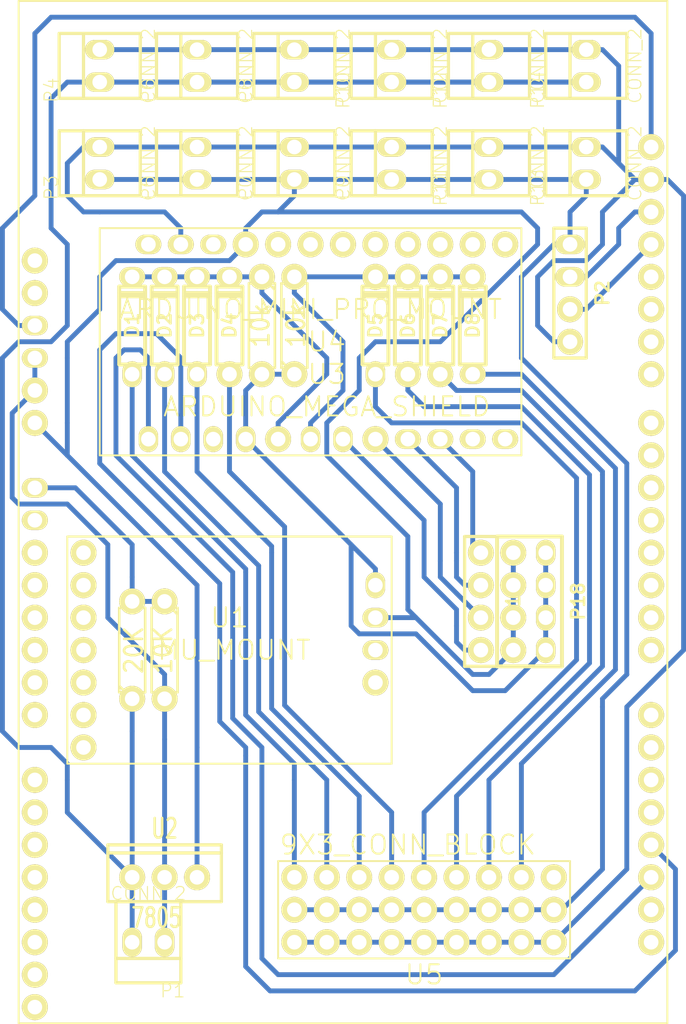
<source format=kicad_pcb>
(kicad_pcb (version 3) (host pcbnew "(2013-dec-23)-stable")

  (general
    (links 98)
    (no_connects 4)
    (area 23.9395 45.390999 77.660501 126.059001)
    (thickness 1.6)
    (drawings 0)
    (tracks 342)
    (zones 0)
    (modules 33)
    (nets 26)
  )

  (page A3)
  (layers
    (15 F.Cu signal)
    (0 B.Cu signal)
    (16 B.Adhes user)
    (17 F.Adhes user)
    (18 B.Paste user)
    (19 F.Paste user)
    (20 B.SilkS user)
    (21 F.SilkS user)
    (22 B.Mask user)
    (23 F.Mask user)
    (24 Dwgs.User user)
    (25 Cmts.User user)
    (26 Eco1.User user)
    (27 Eco2.User user)
    (28 Edge.Cuts user)
  )

  (setup
    (last_trace_width 0.381)
    (trace_clearance 0.254)
    (zone_clearance 0.508)
    (zone_45_only no)
    (trace_min 0.254)
    (segment_width 0.2)
    (edge_width 0.15)
    (via_size 0.889)
    (via_drill 0.635)
    (via_min_size 0.889)
    (via_min_drill 0.508)
    (uvia_size 0.508)
    (uvia_drill 0.127)
    (uvias_allowed no)
    (uvia_min_size 0.508)
    (uvia_min_drill 0.127)
    (pcb_text_width 0.3)
    (pcb_text_size 1.5 1.5)
    (mod_edge_width 0.15)
    (mod_text_size 1.5 1.5)
    (mod_text_width 0.15)
    (pad_size 2.032 1.524)
    (pad_drill 1.143)
    (pad_to_mask_clearance 0.2)
    (aux_axis_origin 0 0)
    (visible_elements FFFE3FBF)
    (pcbplotparams
      (layerselection 3178497)
      (usegerberextensions true)
      (excludeedgelayer true)
      (linewidth 0.100000)
      (plotframeref false)
      (viasonmask false)
      (mode 1)
      (useauxorigin false)
      (hpglpennumber 1)
      (hpglpenspeed 20)
      (hpglpendiameter 15)
      (hpglpenoverlay 2)
      (psnegative false)
      (psa4output false)
      (plotreference true)
      (plotvalue true)
      (plotothertext true)
      (plotinvisibletext false)
      (padsonsilk false)
      (subtractmaskfromsilk false)
      (outputformat 1)
      (mirror false)
      (drillshape 1)
      (scaleselection 1)
      (outputdirectory ""))
  )

  (net 0 "")
  (net 1 /GND)
  (net 2 /VCC)
  (net 3 N-000001)
  (net 4 N-0000017)
  (net 5 N-0000018)
  (net 6 N-0000019)
  (net 7 N-000002)
  (net 8 N-0000020)
  (net 9 N-0000021)
  (net 10 N-0000022)
  (net 11 N-0000023)
  (net 12 N-0000024)
  (net 13 N-0000025)
  (net 14 N-0000026)
  (net 15 N-000003)
  (net 16 N-0000034)
  (net 17 N-000004)
  (net 18 N-0000048)
  (net 19 N-000005)
  (net 20 N-0000050)
  (net 21 N-0000052)
  (net 22 N-0000054)
  (net 23 N-0000060)
  (net 24 N-0000079)
  (net 25 N-0000080)

  (net_class Default "This is the default net class."
    (clearance 0.254)
    (trace_width 0.381)
    (via_dia 0.889)
    (via_drill 0.635)
    (uvia_dia 0.508)
    (uvia_drill 0.127)
    (add_net "")
    (add_net /GND)
    (add_net /VCC)
    (add_net N-000001)
    (add_net N-0000017)
    (add_net N-0000018)
    (add_net N-0000019)
    (add_net N-000002)
    (add_net N-0000020)
    (add_net N-0000021)
    (add_net N-0000022)
    (add_net N-0000023)
    (add_net N-0000024)
    (add_net N-0000025)
    (add_net N-0000026)
    (add_net N-000003)
    (add_net N-0000034)
    (add_net N-000004)
    (add_net N-0000048)
    (add_net N-000005)
    (add_net N-0000050)
    (add_net N-0000052)
    (add_net N-0000054)
    (add_net N-0000060)
    (add_net N-0000079)
    (add_net N-0000080)
  )

  (module R3 (layer F.Cu) (tedit 534C7795) (tstamp 5345C6FF)
    (at 34.29 96.52 90)
    (descr "Resitance 3 pas")
    (tags R)
    (path /5320CEF3)
    (autoplace_cost180 10)
    (fp_text reference R1 (at 0 0.127 90) (layer F.SilkS) hide
      (effects (font (size 1.397 1.27) (thickness 0.2032)))
    )
    (fp_text value 20K (at 0 0.127 90) (layer F.SilkS)
      (effects (font (size 1.397 1.27) (thickness 0.2032)))
    )
    (fp_line (start -3.81 0) (end -3.302 0) (layer F.SilkS) (width 0.2032))
    (fp_line (start 3.81 0) (end 3.302 0) (layer F.SilkS) (width 0.2032))
    (fp_line (start 3.302 0) (end 3.302 -1.016) (layer F.SilkS) (width 0.2032))
    (fp_line (start 3.302 -1.016) (end -3.302 -1.016) (layer F.SilkS) (width 0.2032))
    (fp_line (start -3.302 -1.016) (end -3.302 1.016) (layer F.SilkS) (width 0.2032))
    (fp_line (start -3.302 1.016) (end 3.302 1.016) (layer F.SilkS) (width 0.2032))
    (fp_line (start 3.302 1.016) (end 3.302 0) (layer F.SilkS) (width 0.2032))
    (fp_line (start -3.302 -0.508) (end -2.794 -1.016) (layer F.SilkS) (width 0.2032))
    (pad 1 thru_hole circle (at -3.81 0 90) (size 2.032 2.032) (drill 1.143)
      (layers *.Cu *.Mask F.SilkS)
      (net 23 N-0000060)
    )
    (pad 2 thru_hole circle (at 3.81 0 90) (size 2.032 2.032) (drill 1.143)
      (layers *.Cu *.Mask F.SilkS)
      (net 24 N-0000079)
    )
    (model discret/resistor.wrl
      (at (xyz 0 0 0))
      (scale (xyz 0.3 0.3 0.3))
      (rotate (xyz 0 0 0))
    )
  )

  (module R3 (layer F.Cu) (tedit 534C956E) (tstamp 5345CB8B)
    (at 36.83 96.52 270)
    (descr "Resitance 3 pas")
    (tags R)
    (path /5320CF02)
    (autoplace_cost180 10)
    (fp_text reference R2 (at 0 0.127 270) (layer F.SilkS) hide
      (effects (font (size 1.397 1.27) (thickness 0.2032)))
    )
    (fp_text value 10K (at 0 0.127 270) (layer F.SilkS)
      (effects (font (size 1.397 1.27) (thickness 0.2032)))
    )
    (fp_line (start -3.81 0) (end -3.302 0) (layer F.SilkS) (width 0.2032))
    (fp_line (start 3.81 0) (end 3.302 0) (layer F.SilkS) (width 0.2032))
    (fp_line (start 3.302 0) (end 3.302 -1.016) (layer F.SilkS) (width 0.2032))
    (fp_line (start 3.302 -1.016) (end -3.302 -1.016) (layer F.SilkS) (width 0.2032))
    (fp_line (start -3.302 -1.016) (end -3.302 1.016) (layer F.SilkS) (width 0.2032))
    (fp_line (start -3.302 1.016) (end 3.302 1.016) (layer F.SilkS) (width 0.2032))
    (fp_line (start 3.302 1.016) (end 3.302 0) (layer F.SilkS) (width 0.2032))
    (fp_line (start -3.302 -0.508) (end -2.794 -1.016) (layer F.SilkS) (width 0.2032))
    (pad 1 thru_hole circle (at -3.81 0 270) (size 2.032 2.032) (drill 1.143)
      (layers *.Cu *.Mask F.SilkS)
      (net 24 N-0000079)
    )
    (pad 2 thru_hole circle (at 3.81 0 270) (size 2.032 2.032) (drill 1.143)
      (layers *.Cu *.Mask F.SilkS)
      (net 1 /GND)
    )
    (model discret/resistor.wrl
      (at (xyz 0 0 0))
      (scale (xyz 0.3 0.3 0.3))
      (rotate (xyz 0 0 0))
    )
  )

  (module PINHEAD1-2 (layer F.Cu) (tedit 4C5EDFB2) (tstamp 5345C718)
    (at 39.37 58.42 90)
    (path /5321281E)
    (attr virtual)
    (fp_text reference P5 (at -1.905 -3.81 90) (layer F.SilkS)
      (effects (font (size 1.016 1.016) (thickness 0.0889)))
    )
    (fp_text value CONN_2 (at 0 3.81 90) (layer F.SilkS)
      (effects (font (size 1.016 1.016) (thickness 0.0889)))
    )
    (fp_line (start 2.54 -1.27) (end -2.54 -1.27) (layer F.SilkS) (width 0.254))
    (fp_line (start 2.54 3.175) (end -2.54 3.175) (layer F.SilkS) (width 0.254))
    (fp_line (start -2.54 -3.175) (end 2.54 -3.175) (layer F.SilkS) (width 0.254))
    (fp_line (start -2.54 -3.175) (end -2.54 3.175) (layer F.SilkS) (width 0.254))
    (fp_line (start 2.54 -3.175) (end 2.54 3.175) (layer F.SilkS) (width 0.254))
    (pad 1 thru_hole oval (at -1.27 0 90) (size 1.524 2.286) (drill 1.143)
      (layers *.Cu F.Paste F.SilkS F.Mask)
      (net 2 /VCC)
    )
    (pad 2 thru_hole oval (at 1.27 0 90) (size 1.524 2.286) (drill 1.143)
      (layers *.Cu F.Paste F.SilkS F.Mask)
      (net 1 /GND)
    )
  )

  (module PINHEAD1-2 (layer F.Cu) (tedit 534C790C) (tstamp 534C7AD5)
    (at 35.56 119.38 180)
    (path /53212E1B)
    (attr virtual)
    (fp_text reference P1 (at -1.905 -3.81 180) (layer F.SilkS)
      (effects (font (size 1.016 1.016) (thickness 0.0889)))
    )
    (fp_text value CONN_2 (at 0 3.81 180) (layer F.SilkS)
      (effects (font (size 1.016 1.016) (thickness 0.0889)))
    )
    (fp_line (start 2.54 -1.27) (end -2.54 -1.27) (layer F.SilkS) (width 0.254))
    (fp_line (start 2.54 3.175) (end -2.54 3.175) (layer F.SilkS) (width 0.254))
    (fp_line (start -2.54 -3.175) (end 2.54 -3.175) (layer F.SilkS) (width 0.254))
    (fp_line (start -2.54 -3.175) (end -2.54 3.175) (layer F.SilkS) (width 0.254))
    (fp_line (start 2.54 -3.175) (end 2.54 3.175) (layer F.SilkS) (width 0.254))
    (pad 1 thru_hole oval (at -1.27 0 180) (size 1.524 2.286) (drill 1.143)
      (layers *.Cu F.Paste F.SilkS F.Mask)
      (net 1 /GND)
    )
    (pad 2 thru_hole oval (at 1.27 0 180) (size 1.524 2.286) (drill 1.143)
      (layers *.Cu F.Paste F.SilkS F.Mask)
      (net 23 N-0000060)
    )
  )

  (module PINHEAD1-2 (layer F.Cu) (tedit 4C5EDFB2) (tstamp 5345C739)
    (at 69.85 58.42 90)
    (path /532128A9)
    (attr virtual)
    (fp_text reference P13 (at -1.905 -3.81 90) (layer F.SilkS)
      (effects (font (size 1.016 1.016) (thickness 0.0889)))
    )
    (fp_text value CONN_2 (at 0 3.81 90) (layer F.SilkS)
      (effects (font (size 1.016 1.016) (thickness 0.0889)))
    )
    (fp_line (start 2.54 -1.27) (end -2.54 -1.27) (layer F.SilkS) (width 0.254))
    (fp_line (start 2.54 3.175) (end -2.54 3.175) (layer F.SilkS) (width 0.254))
    (fp_line (start -2.54 -3.175) (end 2.54 -3.175) (layer F.SilkS) (width 0.254))
    (fp_line (start -2.54 -3.175) (end -2.54 3.175) (layer F.SilkS) (width 0.254))
    (fp_line (start 2.54 -3.175) (end 2.54 3.175) (layer F.SilkS) (width 0.254))
    (pad 1 thru_hole oval (at -1.27 0 90) (size 1.524 2.286) (drill 1.143)
      (layers *.Cu F.Paste F.SilkS F.Mask)
      (net 2 /VCC)
    )
    (pad 2 thru_hole oval (at 1.27 0 90) (size 1.524 2.286) (drill 1.143)
      (layers *.Cu F.Paste F.SilkS F.Mask)
      (net 1 /GND)
    )
  )

  (module PINHEAD1-2 (layer F.Cu) (tedit 4C5EDFB2) (tstamp 5345C744)
    (at 62.23 58.42 90)
    (path /5321289A)
    (attr virtual)
    (fp_text reference P11 (at -1.905 -3.81 90) (layer F.SilkS)
      (effects (font (size 1.016 1.016) (thickness 0.0889)))
    )
    (fp_text value CONN_2 (at 0 3.81 90) (layer F.SilkS)
      (effects (font (size 1.016 1.016) (thickness 0.0889)))
    )
    (fp_line (start 2.54 -1.27) (end -2.54 -1.27) (layer F.SilkS) (width 0.254))
    (fp_line (start 2.54 3.175) (end -2.54 3.175) (layer F.SilkS) (width 0.254))
    (fp_line (start -2.54 -3.175) (end 2.54 -3.175) (layer F.SilkS) (width 0.254))
    (fp_line (start -2.54 -3.175) (end -2.54 3.175) (layer F.SilkS) (width 0.254))
    (fp_line (start 2.54 -3.175) (end 2.54 3.175) (layer F.SilkS) (width 0.254))
    (pad 1 thru_hole oval (at -1.27 0 90) (size 1.524 2.286) (drill 1.143)
      (layers *.Cu F.Paste F.SilkS F.Mask)
      (net 2 /VCC)
    )
    (pad 2 thru_hole oval (at 1.27 0 90) (size 1.524 2.286) (drill 1.143)
      (layers *.Cu F.Paste F.SilkS F.Mask)
      (net 1 /GND)
    )
  )

  (module PINHEAD1-2 (layer F.Cu) (tedit 4C5EDFB2) (tstamp 5345C74F)
    (at 54.61 58.42 90)
    (path /5321288B)
    (attr virtual)
    (fp_text reference P9 (at -1.905 -3.81 90) (layer F.SilkS)
      (effects (font (size 1.016 1.016) (thickness 0.0889)))
    )
    (fp_text value CONN_2 (at 0 3.81 90) (layer F.SilkS)
      (effects (font (size 1.016 1.016) (thickness 0.0889)))
    )
    (fp_line (start 2.54 -1.27) (end -2.54 -1.27) (layer F.SilkS) (width 0.254))
    (fp_line (start 2.54 3.175) (end -2.54 3.175) (layer F.SilkS) (width 0.254))
    (fp_line (start -2.54 -3.175) (end 2.54 -3.175) (layer F.SilkS) (width 0.254))
    (fp_line (start -2.54 -3.175) (end -2.54 3.175) (layer F.SilkS) (width 0.254))
    (fp_line (start 2.54 -3.175) (end 2.54 3.175) (layer F.SilkS) (width 0.254))
    (pad 1 thru_hole oval (at -1.27 0 90) (size 1.524 2.286) (drill 1.143)
      (layers *.Cu F.Paste F.SilkS F.Mask)
      (net 2 /VCC)
    )
    (pad 2 thru_hole oval (at 1.27 0 90) (size 1.524 2.286) (drill 1.143)
      (layers *.Cu F.Paste F.SilkS F.Mask)
      (net 1 /GND)
    )
  )

  (module PINHEAD1-2 (layer F.Cu) (tedit 4C5EDFB2) (tstamp 5345C75A)
    (at 46.99 58.42 90)
    (path /5321287C)
    (attr virtual)
    (fp_text reference P7 (at -1.905 -3.81 90) (layer F.SilkS)
      (effects (font (size 1.016 1.016) (thickness 0.0889)))
    )
    (fp_text value CONN_2 (at 0 3.81 90) (layer F.SilkS)
      (effects (font (size 1.016 1.016) (thickness 0.0889)))
    )
    (fp_line (start 2.54 -1.27) (end -2.54 -1.27) (layer F.SilkS) (width 0.254))
    (fp_line (start 2.54 3.175) (end -2.54 3.175) (layer F.SilkS) (width 0.254))
    (fp_line (start -2.54 -3.175) (end 2.54 -3.175) (layer F.SilkS) (width 0.254))
    (fp_line (start -2.54 -3.175) (end -2.54 3.175) (layer F.SilkS) (width 0.254))
    (fp_line (start 2.54 -3.175) (end 2.54 3.175) (layer F.SilkS) (width 0.254))
    (pad 1 thru_hole oval (at -1.27 0 90) (size 1.524 2.286) (drill 1.143)
      (layers *.Cu F.Paste F.SilkS F.Mask)
      (net 2 /VCC)
    )
    (pad 2 thru_hole oval (at 1.27 0 90) (size 1.524 2.286) (drill 1.143)
      (layers *.Cu F.Paste F.SilkS F.Mask)
      (net 1 /GND)
    )
  )

  (module PINHEAD1-2 (layer F.Cu) (tedit 4C5EDFB2) (tstamp 5345C765)
    (at 31.75 58.42 90)
    (path /5321280F)
    (attr virtual)
    (fp_text reference P3 (at -1.905 -3.81 90) (layer F.SilkS)
      (effects (font (size 1.016 1.016) (thickness 0.0889)))
    )
    (fp_text value CONN_2 (at 0 3.81 90) (layer F.SilkS)
      (effects (font (size 1.016 1.016) (thickness 0.0889)))
    )
    (fp_line (start 2.54 -1.27) (end -2.54 -1.27) (layer F.SilkS) (width 0.254))
    (fp_line (start 2.54 3.175) (end -2.54 3.175) (layer F.SilkS) (width 0.254))
    (fp_line (start -2.54 -3.175) (end 2.54 -3.175) (layer F.SilkS) (width 0.254))
    (fp_line (start -2.54 -3.175) (end -2.54 3.175) (layer F.SilkS) (width 0.254))
    (fp_line (start 2.54 -3.175) (end 2.54 3.175) (layer F.SilkS) (width 0.254))
    (pad 1 thru_hole oval (at -1.27 0 90) (size 1.524 2.286) (drill 1.143)
      (layers *.Cu F.Paste F.SilkS F.Mask)
      (net 2 /VCC)
    )
    (pad 2 thru_hole oval (at 1.27 0 90) (size 1.524 2.286) (drill 1.143)
      (layers *.Cu F.Paste F.SilkS F.Mask)
      (net 1 /GND)
    )
  )

  (module PINHEAD1-2 (layer F.Cu) (tedit 4C5EDFB2) (tstamp 5345C770)
    (at 69.85 50.8 90)
    (path /53212800)
    (attr virtual)
    (fp_text reference P14 (at -1.905 -3.81 90) (layer F.SilkS)
      (effects (font (size 1.016 1.016) (thickness 0.0889)))
    )
    (fp_text value CONN_2 (at 0 3.81 90) (layer F.SilkS)
      (effects (font (size 1.016 1.016) (thickness 0.0889)))
    )
    (fp_line (start 2.54 -1.27) (end -2.54 -1.27) (layer F.SilkS) (width 0.254))
    (fp_line (start 2.54 3.175) (end -2.54 3.175) (layer F.SilkS) (width 0.254))
    (fp_line (start -2.54 -3.175) (end 2.54 -3.175) (layer F.SilkS) (width 0.254))
    (fp_line (start -2.54 -3.175) (end -2.54 3.175) (layer F.SilkS) (width 0.254))
    (fp_line (start 2.54 -3.175) (end 2.54 3.175) (layer F.SilkS) (width 0.254))
    (pad 1 thru_hole oval (at -1.27 0 90) (size 1.524 2.286) (drill 1.143)
      (layers *.Cu F.Paste F.SilkS F.Mask)
      (net 23 N-0000060)
    )
    (pad 2 thru_hole oval (at 1.27 0 90) (size 1.524 2.286) (drill 1.143)
      (layers *.Cu F.Paste F.SilkS F.Mask)
      (net 1 /GND)
    )
  )

  (module PINHEAD1-2 (layer F.Cu) (tedit 4C5EDFB2) (tstamp 5345C77B)
    (at 62.23 50.8 90)
    (path /532127F1)
    (attr virtual)
    (fp_text reference P12 (at -1.905 -3.81 90) (layer F.SilkS)
      (effects (font (size 1.016 1.016) (thickness 0.0889)))
    )
    (fp_text value CONN_2 (at 0 3.81 90) (layer F.SilkS)
      (effects (font (size 1.016 1.016) (thickness 0.0889)))
    )
    (fp_line (start 2.54 -1.27) (end -2.54 -1.27) (layer F.SilkS) (width 0.254))
    (fp_line (start 2.54 3.175) (end -2.54 3.175) (layer F.SilkS) (width 0.254))
    (fp_line (start -2.54 -3.175) (end 2.54 -3.175) (layer F.SilkS) (width 0.254))
    (fp_line (start -2.54 -3.175) (end -2.54 3.175) (layer F.SilkS) (width 0.254))
    (fp_line (start 2.54 -3.175) (end 2.54 3.175) (layer F.SilkS) (width 0.254))
    (pad 1 thru_hole oval (at -1.27 0 90) (size 1.524 2.286) (drill 1.143)
      (layers *.Cu F.Paste F.SilkS F.Mask)
      (net 23 N-0000060)
    )
    (pad 2 thru_hole oval (at 1.27 0 90) (size 1.524 2.286) (drill 1.143)
      (layers *.Cu F.Paste F.SilkS F.Mask)
      (net 1 /GND)
    )
  )

  (module PINHEAD1-2 (layer F.Cu) (tedit 4C5EDFB2) (tstamp 5345C786)
    (at 54.61 50.8 90)
    (path /532127E2)
    (attr virtual)
    (fp_text reference P10 (at -1.905 -3.81 90) (layer F.SilkS)
      (effects (font (size 1.016 1.016) (thickness 0.0889)))
    )
    (fp_text value CONN_2 (at 0 3.81 90) (layer F.SilkS)
      (effects (font (size 1.016 1.016) (thickness 0.0889)))
    )
    (fp_line (start 2.54 -1.27) (end -2.54 -1.27) (layer F.SilkS) (width 0.254))
    (fp_line (start 2.54 3.175) (end -2.54 3.175) (layer F.SilkS) (width 0.254))
    (fp_line (start -2.54 -3.175) (end 2.54 -3.175) (layer F.SilkS) (width 0.254))
    (fp_line (start -2.54 -3.175) (end -2.54 3.175) (layer F.SilkS) (width 0.254))
    (fp_line (start 2.54 -3.175) (end 2.54 3.175) (layer F.SilkS) (width 0.254))
    (pad 1 thru_hole oval (at -1.27 0 90) (size 1.524 2.286) (drill 1.143)
      (layers *.Cu F.Paste F.SilkS F.Mask)
      (net 23 N-0000060)
    )
    (pad 2 thru_hole oval (at 1.27 0 90) (size 1.524 2.286) (drill 1.143)
      (layers *.Cu F.Paste F.SilkS F.Mask)
      (net 1 /GND)
    )
  )

  (module PINHEAD1-2 (layer F.Cu) (tedit 4C5EDFB2) (tstamp 5345C791)
    (at 46.99 50.8 90)
    (path /532127D3)
    (attr virtual)
    (fp_text reference P8 (at -1.905 -3.81 90) (layer F.SilkS)
      (effects (font (size 1.016 1.016) (thickness 0.0889)))
    )
    (fp_text value CONN_2 (at 0 3.81 90) (layer F.SilkS)
      (effects (font (size 1.016 1.016) (thickness 0.0889)))
    )
    (fp_line (start 2.54 -1.27) (end -2.54 -1.27) (layer F.SilkS) (width 0.254))
    (fp_line (start 2.54 3.175) (end -2.54 3.175) (layer F.SilkS) (width 0.254))
    (fp_line (start -2.54 -3.175) (end 2.54 -3.175) (layer F.SilkS) (width 0.254))
    (fp_line (start -2.54 -3.175) (end -2.54 3.175) (layer F.SilkS) (width 0.254))
    (fp_line (start 2.54 -3.175) (end 2.54 3.175) (layer F.SilkS) (width 0.254))
    (pad 1 thru_hole oval (at -1.27 0 90) (size 1.524 2.286) (drill 1.143)
      (layers *.Cu F.Paste F.SilkS F.Mask)
      (net 23 N-0000060)
    )
    (pad 2 thru_hole oval (at 1.27 0 90) (size 1.524 2.286) (drill 1.143)
      (layers *.Cu F.Paste F.SilkS F.Mask)
      (net 1 /GND)
    )
  )

  (module PINHEAD1-2 (layer F.Cu) (tedit 4C5EDFB2) (tstamp 5345C79C)
    (at 39.37 50.8 90)
    (path /532127B5)
    (attr virtual)
    (fp_text reference P6 (at -1.905 -3.81 90) (layer F.SilkS)
      (effects (font (size 1.016 1.016) (thickness 0.0889)))
    )
    (fp_text value CONN_2 (at 0 3.81 90) (layer F.SilkS)
      (effects (font (size 1.016 1.016) (thickness 0.0889)))
    )
    (fp_line (start 2.54 -1.27) (end -2.54 -1.27) (layer F.SilkS) (width 0.254))
    (fp_line (start 2.54 3.175) (end -2.54 3.175) (layer F.SilkS) (width 0.254))
    (fp_line (start -2.54 -3.175) (end 2.54 -3.175) (layer F.SilkS) (width 0.254))
    (fp_line (start -2.54 -3.175) (end -2.54 3.175) (layer F.SilkS) (width 0.254))
    (fp_line (start 2.54 -3.175) (end 2.54 3.175) (layer F.SilkS) (width 0.254))
    (pad 1 thru_hole oval (at -1.27 0 90) (size 1.524 2.286) (drill 1.143)
      (layers *.Cu F.Paste F.SilkS F.Mask)
      (net 23 N-0000060)
    )
    (pad 2 thru_hole oval (at 1.27 0 90) (size 1.524 2.286) (drill 1.143)
      (layers *.Cu F.Paste F.SilkS F.Mask)
      (net 1 /GND)
    )
  )

  (module PINHEAD1-2 (layer F.Cu) (tedit 4C5EDFB2) (tstamp 5345C7A7)
    (at 31.75 50.8 90)
    (path /53212777)
    (attr virtual)
    (fp_text reference P4 (at -1.905 -3.81 90) (layer F.SilkS)
      (effects (font (size 1.016 1.016) (thickness 0.0889)))
    )
    (fp_text value CONN_2 (at 0 3.81 90) (layer F.SilkS)
      (effects (font (size 1.016 1.016) (thickness 0.0889)))
    )
    (fp_line (start 2.54 -1.27) (end -2.54 -1.27) (layer F.SilkS) (width 0.254))
    (fp_line (start 2.54 3.175) (end -2.54 3.175) (layer F.SilkS) (width 0.254))
    (fp_line (start -2.54 -3.175) (end 2.54 -3.175) (layer F.SilkS) (width 0.254))
    (fp_line (start -2.54 -3.175) (end -2.54 3.175) (layer F.SilkS) (width 0.254))
    (fp_line (start 2.54 -3.175) (end 2.54 3.175) (layer F.SilkS) (width 0.254))
    (pad 1 thru_hole oval (at -1.27 0 90) (size 1.524 2.286) (drill 1.143)
      (layers *.Cu F.Paste F.SilkS F.Mask)
      (net 23 N-0000060)
    )
    (pad 2 thru_hole oval (at 1.27 0 90) (size 1.524 2.286) (drill 1.143)
      (layers *.Cu F.Paste F.SilkS F.Mask)
      (net 1 /GND)
    )
  )

  (module PIN_ARRAY_4x1 (layer F.Cu) (tedit 534C7F7E) (tstamp 534C7FE8)
    (at 68.58 68.58 270)
    (descr "Double rangee de contacts 2 x 5 pins")
    (tags CONN)
    (path /53497310)
    (fp_text reference P2 (at 0 -2.54 270) (layer F.SilkS)
      (effects (font (size 1.016 1.016) (thickness 0.2032)))
    )
    (fp_text value HC-SR04_PROXSENS (at 0 2.54 270) (layer F.SilkS) hide
      (effects (font (size 1.016 1.016) (thickness 0.2032)))
    )
    (fp_line (start 5.08 1.27) (end -5.08 1.27) (layer F.SilkS) (width 0.254))
    (fp_line (start 5.08 -1.27) (end -5.08 -1.27) (layer F.SilkS) (width 0.254))
    (fp_line (start -5.08 -1.27) (end -5.08 1.27) (layer F.SilkS) (width 0.254))
    (fp_line (start 5.08 1.27) (end 5.08 -1.27) (layer F.SilkS) (width 0.254))
    (pad 1 thru_hole oval (at -3.81 0 270) (size 1.524 2.286) (drill 1.143)
      (layers *.Cu *.Mask F.SilkS)
      (net 2 /VCC)
    )
    (pad 2 thru_hole oval (at -1.27 0 270) (size 1.524 2.286) (drill 1.143)
      (layers *.Cu *.Mask F.SilkS)
      (net 18 N-0000048)
    )
    (pad 3 thru_hole circle (at 1.27 0 270) (size 2.032 2.032) (drill 1.143)
      (layers *.Cu *.Mask F.SilkS)
      (net 21 N-0000052)
    )
    (pad 4 thru_hole circle (at 3.81 0 270) (size 2.032 2.032) (drill 1.143)
      (layers *.Cu *.Mask F.SilkS)
      (net 1 /GND)
    )
    (model pin_array\pins_array_4x1.wrl
      (at (xyz 0 0 0))
      (scale (xyz 1 1 1))
      (rotate (xyz 0 0 0))
    )
  )

  (module IMU_Mount (layer F.Cu) (tedit 534C96DF) (tstamp 5345C7DA)
    (at 41.91 96.52)
    (path /532A16AB)
    (fp_text reference U1 (at 0 -2.54) (layer F.SilkS)
      (effects (font (size 1.5 1.5) (thickness 0.15)))
    )
    (fp_text value IMU_MOUNT (at 0 0) (layer F.SilkS)
      (effects (font (size 1.5 1.5) (thickness 0.15)))
    )
    (fp_line (start -12.7 8.89) (end 12.7 8.89) (layer F.SilkS) (width 0.15))
    (fp_line (start -12.7 8.89) (end -12.7 -8.89) (layer F.SilkS) (width 0.15))
    (fp_line (start 12.7 8.89) (end 12.7 -8.89) (layer F.SilkS) (width 0.15))
    (fp_line (start -12.7 -8.89) (end 12.7 -8.89) (layer F.SilkS) (width 0.15))
    (fp_line (start -12.7 -8.89) (end 12.7 -8.89) (layer F.SilkS) (width 0.15))
    (fp_line (start 12.7 -8.89) (end -12.7 -8.89) (layer F.SilkS) (width 0.15))
    (pad 1 thru_hole circle (at 11.43 2.54) (size 2.032 2.032) (drill 1.143)
      (layers *.Cu *.Mask F.SilkS)
      (net 22 N-0000054)
    )
    (pad 2 thru_hole oval (at 11.43 0) (size 2.032 1.524) (drill 1.143)
      (layers *.Cu *.Mask F.SilkS)
      (net 20 N-0000050)
    )
    (pad 3 thru_hole oval (at 11.43 -2.54) (size 2.032 1.524) (drill 1.143)
      (layers *.Cu *.Mask F.SilkS)
      (net 2 /VCC)
    )
    (pad 4 thru_hole oval (at 11.43 -5.08) (size 1.524 2.032) (drill 1.143)
      (layers *.Cu *.Mask F.SilkS)
      (net 1 /GND)
    )
    (pad 5 thru_hole circle (at -11.43 7.62) (size 2.032 2.032) (drill 1.143)
      (layers *.Cu *.Mask F.SilkS)
    )
    (pad 6 thru_hole circle (at -11.43 5.08) (size 2.032 2.032) (drill 1.143)
      (layers *.Cu *.Mask F.SilkS)
    )
    (pad 7 thru_hole circle (at -11.43 2.54) (size 2.032 2.032) (drill 1.143)
      (layers *.Cu *.Mask F.SilkS)
    )
    (pad 8 thru_hole circle (at -11.43 0) (size 2.032 2.032) (drill 1.143)
      (layers *.Cu *.Mask F.SilkS)
    )
    (pad 9 thru_hole circle (at -11.43 -2.54) (size 2.032 2.032) (drill 1.143)
      (layers *.Cu *.Mask F.SilkS)
    )
    (pad 10 thru_hole circle (at -11.43 -5.08) (size 2.032 2.032) (drill 1.143)
      (layers *.Cu *.Mask F.SilkS)
    )
    (pad 11 thru_hole circle (at -11.43 -7.62) (size 2.032 2.032) (drill 1.143)
      (layers *.Cu *.Mask F.SilkS)
    )
  )

  (module Arduino_Mega_Shield_Partial (layer F.Cu) (tedit 534EE516) (tstamp 534C656E)
    (at 49.53 77.47)
    (path /532A24F4)
    (fp_text reference U3 (at 0 -2.54) (layer F.SilkS)
      (effects (font (size 1.5 1.5) (thickness 0.15)))
    )
    (fp_text value ARDUINO_MEGA_SHIELD (at 0 0) (layer F.SilkS)
      (effects (font (size 1.5 1.5) (thickness 0.15)))
    )
    (fp_line (start 26.67 -31.75) (end 26.67 48.26) (layer F.SilkS) (width 0.15))
    (fp_line (start -24.13 48.26) (end -24.13 -31.75) (layer F.SilkS) (width 0.15))
    (fp_line (start 26.67 48.26) (end -24.13 48.26) (layer F.SilkS) (width 0.15))
    (fp_line (start 26.67 -31.75) (end -24.13 -31.75) (layer F.SilkS) (width 0.15))
    (pad 1 thru_hole circle (at -22.86 -11.43) (size 2.032 2.032) (drill 1.143)
      (layers *.Cu *.Mask F.SilkS)
    )
    (pad 2 thru_hole circle (at -22.86 -8.89) (size 2.032 2.032) (drill 1.143)
      (layers *.Cu *.Mask F.SilkS)
    )
    (pad 3 thru_hole oval (at -22.86 -6.35) (size 2.032 1.524) (drill 1.143)
      (layers *.Cu *.Mask F.SilkS)
      (net 25 N-0000080)
    )
    (pad 4 thru_hole oval (at -22.86 -3.81) (size 2.032 1.524) (drill 1.143)
      (layers *.Cu *.Mask F.SilkS)
      (net 1 /GND)
    )
    (pad 5 thru_hole circle (at -22.86 -1.27) (size 2.032 2.032) (drill 1.143)
      (layers *.Cu *.Mask F.SilkS)
      (net 1 /GND)
    )
    (pad 6 thru_hole circle (at -22.86 1.27) (size 2.032 2.032) (drill 1.143)
      (layers *.Cu *.Mask F.SilkS)
      (net 2 /VCC)
    )
    (pad 7 thru_hole oval (at -22.86 6.35) (size 2.032 1.524) (drill 1.143)
      (layers *.Cu *.Mask F.SilkS)
      (net 24 N-0000079)
    )
    (pad 8 thru_hole oval (at -22.86 8.89) (size 2.032 1.524) (drill 1.143)
      (layers *.Cu *.Mask F.SilkS)
    )
    (pad 9 thru_hole circle (at -22.86 11.43) (size 2.032 2.032) (drill 1.143)
      (layers *.Cu *.Mask F.SilkS)
    )
    (pad 10 thru_hole circle (at -22.86 13.97) (size 2.032 2.032) (drill 1.143)
      (layers *.Cu *.Mask F.SilkS)
    )
    (pad 11 thru_hole circle (at -22.86 16.51) (size 2.032 2.032) (drill 1.143)
      (layers *.Cu *.Mask F.SilkS)
    )
    (pad 12 thru_hole circle (at -22.86 19.05) (size 2.032 2.032) (drill 1.143)
      (layers *.Cu *.Mask F.SilkS)
    )
    (pad 13 thru_hole circle (at -22.86 21.59) (size 2.032 2.032) (drill 1.143)
      (layers *.Cu *.Mask F.SilkS)
    )
    (pad 14 thru_hole circle (at -22.86 24.13) (size 2.032 2.032) (drill 1.143)
      (layers *.Cu *.Mask F.SilkS)
    )
    (pad 15 thru_hole circle (at -22.86 29.21) (size 2.032 2.032) (drill 1.143)
      (layers *.Cu *.Mask F.SilkS)
    )
    (pad 16 thru_hole circle (at -22.86 31.75) (size 2.032 2.032) (drill 1.143)
      (layers *.Cu *.Mask F.SilkS)
    )
    (pad 17 thru_hole circle (at -22.86 34.29) (size 2.032 2.032) (drill 1.143)
      (layers *.Cu *.Mask F.SilkS)
    )
    (pad 18 thru_hole circle (at -22.86 36.83) (size 2.032 2.032) (drill 1.143)
      (layers *.Cu *.Mask F.SilkS)
    )
    (pad 19 thru_hole circle (at -22.86 39.37) (size 2.032 2.032) (drill 1.143)
      (layers *.Cu *.Mask F.SilkS)
    )
    (pad 20 thru_hole circle (at -22.86 41.91) (size 2.032 2.032) (drill 1.143)
      (layers *.Cu *.Mask F.SilkS)
    )
    (pad 21 thru_hole circle (at -22.86 44.45) (size 2.032 2.032) (drill 1.143)
      (layers *.Cu *.Mask F.SilkS)
    )
    (pad 23 thru_hole circle (at 25.4 41.91) (size 2.032 2.032) (drill 1.143)
      (layers *.Cu *.Mask F.SilkS)
      (net 22 N-0000054)
    )
    (pad 24 thru_hole circle (at 25.4 39.37) (size 2.032 2.032) (drill 1.143)
      (layers *.Cu *.Mask F.SilkS)
      (net 20 N-0000050)
    )
    (pad 25 thru_hole circle (at 25.4 36.83) (size 2.032 2.032) (drill 1.143)
      (layers *.Cu *.Mask F.SilkS)
      (net 16 N-0000034)
    )
    (pad 26 thru_hole circle (at 25.4 34.29) (size 2.032 2.032) (drill 1.143)
      (layers *.Cu *.Mask F.SilkS)
      (net 19 N-000005)
    )
    (pad 27 thru_hole circle (at 25.4 31.75) (size 2.032 2.032) (drill 1.143)
      (layers *.Cu *.Mask F.SilkS)
    )
    (pad 28 thru_hole circle (at 25.4 29.21) (size 2.032 2.032) (drill 1.143)
      (layers *.Cu *.Mask F.SilkS)
    )
    (pad 29 thru_hole circle (at 25.4 26.67) (size 2.032 2.032) (drill 1.143)
      (layers *.Cu *.Mask F.SilkS)
    )
    (pad 30 thru_hole circle (at 25.4 24.13) (size 2.032 2.032) (drill 1.143)
      (layers *.Cu *.Mask F.SilkS)
    )
    (pad 31 thru_hole circle (at 25.4 19.05) (size 2.032 2.032) (drill 1.143)
      (layers *.Cu *.Mask F.SilkS)
    )
    (pad 32 thru_hole circle (at 25.4 16.51) (size 2.032 2.032) (drill 1.143)
      (layers *.Cu *.Mask F.SilkS)
    )
    (pad 33 thru_hole circle (at 25.4 13.97) (size 2.032 2.032) (drill 1.143)
      (layers *.Cu *.Mask F.SilkS)
    )
    (pad 34 thru_hole circle (at 25.4 11.43) (size 2.032 2.032) (drill 1.143)
      (layers *.Cu *.Mask F.SilkS)
    )
    (pad 35 thru_hole circle (at 25.4 8.89) (size 2.032 2.032) (drill 1.143)
      (layers *.Cu *.Mask F.SilkS)
    )
    (pad 36 thru_hole circle (at 25.4 6.35) (size 2.032 2.032) (drill 1.143)
      (layers *.Cu *.Mask F.SilkS)
    )
    (pad 37 thru_hole circle (at 25.4 3.81) (size 2.032 2.032) (drill 1.143)
      (layers *.Cu *.Mask F.SilkS)
    )
    (pad 38 thru_hole circle (at 25.4 1.27) (size 2.032 2.032) (drill 1.143)
      (layers *.Cu *.Mask F.SilkS)
    )
    (pad 39 thru_hole circle (at 25.4 -2.54) (size 2.032 2.032) (drill 1.143)
      (layers *.Cu *.Mask F.SilkS)
    )
    (pad 40 thru_hole circle (at 25.4 -5.08) (size 2.032 2.032) (drill 1.143)
      (layers *.Cu *.Mask F.SilkS)
    )
    (pad 41 thru_hole circle (at 25.4 -7.62) (size 2.032 2.032) (drill 1.143)
      (layers *.Cu *.Mask F.SilkS)
    )
    (pad 42 thru_hole circle (at 25.4 -10.16) (size 2.032 2.032) (drill 1.143)
      (layers *.Cu *.Mask F.SilkS)
    )
    (pad 43 thru_hole circle (at 25.4 -12.7) (size 2.032 2.032) (drill 1.143)
      (layers *.Cu *.Mask F.SilkS)
      (net 21 N-0000052)
    )
    (pad 44 thru_hole circle (at 25.4 -15.24) (size 2.032 2.032) (drill 1.143)
      (layers *.Cu *.Mask F.SilkS)
      (net 18 N-0000048)
    )
    (pad 45 thru_hole circle (at 25.4 -17.78) (size 2.032 2.032) (drill 1.143)
      (layers *.Cu *.Mask F.SilkS)
      (net 1 /GND)
    )
    (pad 46 thru_hole circle (at 25.4 -20.32) (size 2.032 2.032) (drill 1.143)
      (layers *.Cu *.Mask F.SilkS)
      (net 25 N-0000080)
    )
    (pad 22 thru_hole circle (at -22.86 46.99) (size 2.032 2.032) (drill 1.143)
      (layers *.Cu *.Mask F.SilkS)
    )
  )

  (module R3 (layer F.Cu) (tedit 534C928E) (tstamp 534C80B7)
    (at 46.99 71.12 90)
    (descr "Resitance 3 pas")
    (tags R)
    (path /53496D70)
    (autoplace_cost180 10)
    (fp_text reference R3 (at 0 0.127 90) (layer F.SilkS) hide
      (effects (font (size 1.397 1.27) (thickness 0.2032)))
    )
    (fp_text value 10k (at 0 0.127 90) (layer F.SilkS)
      (effects (font (size 1.397 1.27) (thickness 0.2032)))
    )
    (fp_line (start -3.81 0) (end -3.302 0) (layer F.SilkS) (width 0.2032))
    (fp_line (start 3.81 0) (end 3.302 0) (layer F.SilkS) (width 0.2032))
    (fp_line (start 3.302 0) (end 3.302 -1.016) (layer F.SilkS) (width 0.2032))
    (fp_line (start 3.302 -1.016) (end -3.302 -1.016) (layer F.SilkS) (width 0.2032))
    (fp_line (start -3.302 -1.016) (end -3.302 1.016) (layer F.SilkS) (width 0.2032))
    (fp_line (start -3.302 1.016) (end 3.302 1.016) (layer F.SilkS) (width 0.2032))
    (fp_line (start 3.302 1.016) (end 3.302 0) (layer F.SilkS) (width 0.2032))
    (fp_line (start -3.302 -0.508) (end -2.794 -1.016) (layer F.SilkS) (width 0.2032))
    (pad 1 thru_hole circle (at -3.81 0 90) (size 2.032 2.032) (drill 1.143)
      (layers *.Cu *.Mask F.SilkS)
      (net 1 /GND)
    )
    (pad 2 thru_hole circle (at 3.81 0 90) (size 2.032 2.032) (drill 1.143)
      (layers *.Cu *.Mask F.SilkS)
      (net 4 N-0000017)
    )
    (model discret/resistor.wrl
      (at (xyz 0 0 0))
      (scale (xyz 0.3 0.3 0.3))
      (rotate (xyz 0 0 0))
    )
  )

  (module R3 (layer F.Cu) (tedit 534C9292) (tstamp 5349AFE9)
    (at 44.45 71.12 270)
    (descr "Resitance 3 pas")
    (tags R)
    (path /53496D82)
    (autoplace_cost180 10)
    (fp_text reference R4 (at 0 0.127 270) (layer F.SilkS) hide
      (effects (font (size 1.397 1.27) (thickness 0.2032)))
    )
    (fp_text value 10k (at 0 0.127 270) (layer F.SilkS)
      (effects (font (size 1.397 1.27) (thickness 0.2032)))
    )
    (fp_line (start -3.81 0) (end -3.302 0) (layer F.SilkS) (width 0.2032))
    (fp_line (start 3.81 0) (end 3.302 0) (layer F.SilkS) (width 0.2032))
    (fp_line (start 3.302 0) (end 3.302 -1.016) (layer F.SilkS) (width 0.2032))
    (fp_line (start 3.302 -1.016) (end -3.302 -1.016) (layer F.SilkS) (width 0.2032))
    (fp_line (start -3.302 -1.016) (end -3.302 1.016) (layer F.SilkS) (width 0.2032))
    (fp_line (start -3.302 1.016) (end 3.302 1.016) (layer F.SilkS) (width 0.2032))
    (fp_line (start 3.302 1.016) (end 3.302 0) (layer F.SilkS) (width 0.2032))
    (fp_line (start -3.302 -0.508) (end -2.794 -1.016) (layer F.SilkS) (width 0.2032))
    (pad 1 thru_hole circle (at -3.81 0 270) (size 2.032 2.032) (drill 1.143)
      (layers *.Cu *.Mask F.SilkS)
      (net 12 N-0000024)
    )
    (pad 2 thru_hole circle (at 3.81 0 270) (size 2.032 2.032) (drill 1.143)
      (layers *.Cu *.Mask F.SilkS)
      (net 1 /GND)
    )
    (model discret/resistor.wrl
      (at (xyz 0 0 0))
      (scale (xyz 0.3 0.3 0.3))
      (rotate (xyz 0 0 0))
    )
  )

  (module pin_array_4x2 (layer F.Cu) (tedit 534C8BAF) (tstamp 534C8C00)
    (at 65.405 92.71 270)
    (descr "Double rangee de contacts 2 x 4 pins")
    (tags CONN)
    (path /53496DB9)
    (fp_text reference P18 (at 0 -3.81 270) (layer F.SilkS)
      (effects (font (size 1.016 1.016) (thickness 0.2032)))
    )
    (fp_text value "ESC P & G" (at 0 3.81 270) (layer F.SilkS) hide
      (effects (font (size 1.016 1.016) (thickness 0.2032)))
    )
    (fp_line (start -5.08 -2.54) (end 5.08 -2.54) (layer F.SilkS) (width 0.3048))
    (fp_line (start 5.08 -2.54) (end 5.08 2.54) (layer F.SilkS) (width 0.3048))
    (fp_line (start 5.08 2.54) (end -5.08 2.54) (layer F.SilkS) (width 0.3048))
    (fp_line (start -5.08 2.54) (end -5.08 -2.54) (layer F.SilkS) (width 0.3048))
    (pad 1 thru_hole circle (at -3.81 1.27 270) (size 2.032 2.032) (drill 1.143)
      (layers *.Cu *.Mask F.SilkS)
      (net 2 /VCC)
    )
    (pad 2 thru_hole oval (at -3.81 -1.27 270) (size 2.032 1.524) (drill 1.143)
      (layers *.Cu *.Mask F.SilkS)
      (net 1 /GND)
    )
    (pad 3 thru_hole circle (at -1.27 1.27 270) (size 2.032 2.032) (drill 1.143)
      (layers *.Cu *.Mask F.SilkS)
      (net 2 /VCC)
    )
    (pad 4 thru_hole oval (at -1.27 -1.27 270) (size 2.032 1.524) (drill 1.143)
      (layers *.Cu *.Mask F.SilkS)
      (net 1 /GND)
    )
    (pad 5 thru_hole circle (at 1.27 1.27 270) (size 2.032 2.032) (drill 1.143)
      (layers *.Cu *.Mask F.SilkS)
      (net 2 /VCC)
    )
    (pad 6 thru_hole oval (at 1.27 -1.27 270) (size 2.032 1.524) (drill 1.143)
      (layers *.Cu *.Mask F.SilkS)
      (net 1 /GND)
    )
    (pad 7 thru_hole circle (at 3.81 1.27 270) (size 2.032 2.032) (drill 1.143)
      (layers *.Cu *.Mask F.SilkS)
      (net 2 /VCC)
    )
    (pad 8 thru_hole oval (at 3.81 -1.27 270) (size 2.032 1.524) (drill 1.143)
      (layers *.Cu *.Mask F.SilkS)
      (net 1 /GND)
    )
    (model pin_array/pins_array_4x2.wrl
      (at (xyz 0 0 0))
      (scale (xyz 1 1 1))
      (rotate (xyz 0 0 0))
    )
  )

  (module PIN_ARRAY_4x1 (layer F.Cu) (tedit 534C77CC) (tstamp 5349B010)
    (at 61.595 92.71 270)
    (descr "Double rangee de contacts 2 x 5 pins")
    (tags CONN)
    (path /53496DBF)
    (fp_text reference P17 (at 0 -2.54 270) (layer F.SilkS)
      (effects (font (size 1.016 1.016) (thickness 0.2032)))
    )
    (fp_text value "ESC Sig" (at 0 2.54 270) (layer F.SilkS) hide
      (effects (font (size 1.016 1.016) (thickness 0.2032)))
    )
    (fp_line (start 5.08 1.27) (end -5.08 1.27) (layer F.SilkS) (width 0.254))
    (fp_line (start 5.08 -1.27) (end -5.08 -1.27) (layer F.SilkS) (width 0.254))
    (fp_line (start -5.08 -1.27) (end -5.08 1.27) (layer F.SilkS) (width 0.254))
    (fp_line (start 5.08 1.27) (end 5.08 -1.27) (layer F.SilkS) (width 0.254))
    (pad 1 thru_hole circle (at -3.81 0 270) (size 2.032 2.032) (drill 1.143)
      (layers *.Cu *.Mask F.SilkS)
      (net 17 N-000004)
    )
    (pad 2 thru_hole circle (at -1.27 0 270) (size 2.032 2.032) (drill 1.143)
      (layers *.Cu *.Mask F.SilkS)
      (net 15 N-000003)
    )
    (pad 3 thru_hole circle (at 1.27 0 270) (size 2.032 2.032) (drill 1.143)
      (layers *.Cu *.Mask F.SilkS)
      (net 7 N-000002)
    )
    (pad 4 thru_hole circle (at 3.81 0 270) (size 2.032 2.032) (drill 1.143)
      (layers *.Cu *.Mask F.SilkS)
      (net 3 N-000001)
    )
    (model pin_array\pins_array_4x1.wrl
      (at (xyz 0 0 0))
      (scale (xyz 1 1 1))
      (rotate (xyz 0 0 0))
    )
  )

  (module D3 (layer F.Cu) (tedit 534EE2B2) (tstamp 534EE282)
    (at 34.29 71.12 90)
    (descr "Diode 3 pas")
    (tags "DIODE DEV")
    (path /53496D88)
    (fp_text reference D1 (at 0 0 90) (layer F.SilkS)
      (effects (font (size 1.016 1.016) (thickness 0.2032)))
    )
    (fp_text value DIODE (at 0 0 90) (layer F.SilkS) hide
      (effects (font (size 1.016 1.016) (thickness 0.2032)))
    )
    (fp_line (start 3.81 0) (end 3.048 0) (layer F.SilkS) (width 0.3048))
    (fp_line (start 3.048 0) (end 3.048 -1.016) (layer F.SilkS) (width 0.3048))
    (fp_line (start 3.048 -1.016) (end -3.048 -1.016) (layer F.SilkS) (width 0.3048))
    (fp_line (start -3.048 -1.016) (end -3.048 0) (layer F.SilkS) (width 0.3048))
    (fp_line (start -3.048 0) (end -3.81 0) (layer F.SilkS) (width 0.3048))
    (fp_line (start -3.048 0) (end -3.048 1.016) (layer F.SilkS) (width 0.3048))
    (fp_line (start -3.048 1.016) (end 3.048 1.016) (layer F.SilkS) (width 0.3048))
    (fp_line (start 3.048 1.016) (end 3.048 0) (layer F.SilkS) (width 0.3048))
    (fp_line (start 2.54 -1.016) (end 2.54 1.016) (layer F.SilkS) (width 0.3048))
    (fp_line (start 2.286 1.016) (end 2.286 -1.016) (layer F.SilkS) (width 0.3048))
    (pad 2 thru_hole oval (at 3.81 0 90) (size 1.524 2.032) (drill 1.143)
      (layers *.Cu *.Mask F.SilkS)
      (net 12 N-0000024)
    )
    (pad 1 thru_hole oval (at -3.81 0 90) (size 2.032 1.524) (drill 1.143)
      (layers *.Cu *.Mask F.SilkS)
      (net 14 N-0000026)
    )
    (model discret/diode.wrl
      (at (xyz 0 0 0))
      (scale (xyz 0.3 0.3 0.3))
      (rotate (xyz 0 0 0))
    )
  )

  (module D3 (layer F.Cu) (tedit 534C918B) (tstamp 5349B03C)
    (at 41.91 71.12 90)
    (descr "Diode 3 pas")
    (tags "DIODE DEV")
    (path /53496D8E)
    (fp_text reference D4 (at 0 0 90) (layer F.SilkS)
      (effects (font (size 1.016 1.016) (thickness 0.2032)))
    )
    (fp_text value DIODE (at 0 0 90) (layer F.SilkS) hide
      (effects (font (size 1.016 1.016) (thickness 0.2032)))
    )
    (fp_line (start 3.81 0) (end 3.048 0) (layer F.SilkS) (width 0.3048))
    (fp_line (start 3.048 0) (end 3.048 -1.016) (layer F.SilkS) (width 0.3048))
    (fp_line (start 3.048 -1.016) (end -3.048 -1.016) (layer F.SilkS) (width 0.3048))
    (fp_line (start -3.048 -1.016) (end -3.048 0) (layer F.SilkS) (width 0.3048))
    (fp_line (start -3.048 0) (end -3.81 0) (layer F.SilkS) (width 0.3048))
    (fp_line (start -3.048 0) (end -3.048 1.016) (layer F.SilkS) (width 0.3048))
    (fp_line (start -3.048 1.016) (end 3.048 1.016) (layer F.SilkS) (width 0.3048))
    (fp_line (start 3.048 1.016) (end 3.048 0) (layer F.SilkS) (width 0.3048))
    (fp_line (start 2.54 -1.016) (end 2.54 1.016) (layer F.SilkS) (width 0.3048))
    (fp_line (start 2.286 1.016) (end 2.286 -1.016) (layer F.SilkS) (width 0.3048))
    (pad 2 thru_hole oval (at 3.81 0 90) (size 1.524 2.032) (drill 1.143)
      (layers *.Cu *.Mask F.SilkS)
      (net 12 N-0000024)
    )
    (pad 1 thru_hole circle (at -3.81 0 90) (size 2.032 2.032) (drill 1.143)
      (layers *.Cu *.Mask F.SilkS)
      (net 13 N-0000025)
    )
    (model discret/diode.wrl
      (at (xyz 0 0 0))
      (scale (xyz 0.3 0.3 0.3))
      (rotate (xyz 0 0 0))
    )
  )

  (module D3 (layer F.Cu) (tedit 534EE2BC) (tstamp 5349B04C)
    (at 36.83 71.12 90)
    (descr "Diode 3 pas")
    (tags "DIODE DEV")
    (path /53496D94)
    (fp_text reference D2 (at 0 0 90) (layer F.SilkS)
      (effects (font (size 1.016 1.016) (thickness 0.2032)))
    )
    (fp_text value DIODE (at 0 0 90) (layer F.SilkS) hide
      (effects (font (size 1.016 1.016) (thickness 0.2032)))
    )
    (fp_line (start 3.81 0) (end 3.048 0) (layer F.SilkS) (width 0.3048))
    (fp_line (start 3.048 0) (end 3.048 -1.016) (layer F.SilkS) (width 0.3048))
    (fp_line (start 3.048 -1.016) (end -3.048 -1.016) (layer F.SilkS) (width 0.3048))
    (fp_line (start -3.048 -1.016) (end -3.048 0) (layer F.SilkS) (width 0.3048))
    (fp_line (start -3.048 0) (end -3.81 0) (layer F.SilkS) (width 0.3048))
    (fp_line (start -3.048 0) (end -3.048 1.016) (layer F.SilkS) (width 0.3048))
    (fp_line (start -3.048 1.016) (end 3.048 1.016) (layer F.SilkS) (width 0.3048))
    (fp_line (start 3.048 1.016) (end 3.048 0) (layer F.SilkS) (width 0.3048))
    (fp_line (start 2.54 -1.016) (end 2.54 1.016) (layer F.SilkS) (width 0.3048))
    (fp_line (start 2.286 1.016) (end 2.286 -1.016) (layer F.SilkS) (width 0.3048))
    (pad 2 thru_hole oval (at 3.81 0 90) (size 1.524 2.032) (drill 1.143)
      (layers *.Cu *.Mask F.SilkS)
      (net 12 N-0000024)
    )
    (pad 1 thru_hole oval (at -3.81 0 90) (size 2.032 1.524) (drill 1.143)
      (layers *.Cu *.Mask F.SilkS)
      (net 11 N-0000023)
    )
    (model discret/diode.wrl
      (at (xyz 0 0 0))
      (scale (xyz 0.3 0.3 0.3))
      (rotate (xyz 0 0 0))
    )
  )

  (module D3 (layer F.Cu) (tedit 534EE407) (tstamp 5349B05C)
    (at 39.37 71.12 90)
    (descr "Diode 3 pas")
    (tags "DIODE DEV")
    (path /53496D9A)
    (fp_text reference D3 (at 0 0 90) (layer F.SilkS)
      (effects (font (size 1.016 1.016) (thickness 0.2032)))
    )
    (fp_text value DIODE (at 0 0 90) (layer F.SilkS) hide
      (effects (font (size 1.016 1.016) (thickness 0.2032)))
    )
    (fp_line (start 3.81 0) (end 3.048 0) (layer F.SilkS) (width 0.3048))
    (fp_line (start 3.048 0) (end 3.048 -1.016) (layer F.SilkS) (width 0.3048))
    (fp_line (start 3.048 -1.016) (end -3.048 -1.016) (layer F.SilkS) (width 0.3048))
    (fp_line (start -3.048 -1.016) (end -3.048 0) (layer F.SilkS) (width 0.3048))
    (fp_line (start -3.048 0) (end -3.81 0) (layer F.SilkS) (width 0.3048))
    (fp_line (start -3.048 0) (end -3.048 1.016) (layer F.SilkS) (width 0.3048))
    (fp_line (start -3.048 1.016) (end 3.048 1.016) (layer F.SilkS) (width 0.3048))
    (fp_line (start 3.048 1.016) (end 3.048 0) (layer F.SilkS) (width 0.3048))
    (fp_line (start 2.54 -1.016) (end 2.54 1.016) (layer F.SilkS) (width 0.3048))
    (fp_line (start 2.286 1.016) (end 2.286 -1.016) (layer F.SilkS) (width 0.3048))
    (pad 2 thru_hole oval (at 3.81 0 90) (size 1.524 2.032) (drill 1.143)
      (layers *.Cu *.Mask F.SilkS)
      (net 12 N-0000024)
    )
    (pad 1 thru_hole oval (at -3.81 0 90) (size 2.032 1.524) (drill 1.143)
      (layers *.Cu *.Mask F.SilkS)
      (net 10 N-0000022)
    )
    (model discret/diode.wrl
      (at (xyz 0 0 0))
      (scale (xyz 0.3 0.3 0.3))
      (rotate (xyz 0 0 0))
    )
  )

  (module D3 (layer F.Cu) (tedit 534C973E) (tstamp 5349B06C)
    (at 53.34 71.12 90)
    (descr "Diode 3 pas")
    (tags "DIODE DEV")
    (path /53496DA0)
    (fp_text reference D5 (at 0 0 90) (layer F.SilkS)
      (effects (font (size 1.016 1.016) (thickness 0.2032)))
    )
    (fp_text value DIODE (at 0 0 90) (layer F.SilkS) hide
      (effects (font (size 1.016 1.016) (thickness 0.2032)))
    )
    (fp_line (start 3.81 0) (end 3.048 0) (layer F.SilkS) (width 0.3048))
    (fp_line (start 3.048 0) (end 3.048 -1.016) (layer F.SilkS) (width 0.3048))
    (fp_line (start 3.048 -1.016) (end -3.048 -1.016) (layer F.SilkS) (width 0.3048))
    (fp_line (start -3.048 -1.016) (end -3.048 0) (layer F.SilkS) (width 0.3048))
    (fp_line (start -3.048 0) (end -3.81 0) (layer F.SilkS) (width 0.3048))
    (fp_line (start -3.048 0) (end -3.048 1.016) (layer F.SilkS) (width 0.3048))
    (fp_line (start -3.048 1.016) (end 3.048 1.016) (layer F.SilkS) (width 0.3048))
    (fp_line (start 3.048 1.016) (end 3.048 0) (layer F.SilkS) (width 0.3048))
    (fp_line (start 2.54 -1.016) (end 2.54 1.016) (layer F.SilkS) (width 0.3048))
    (fp_line (start 2.286 1.016) (end 2.286 -1.016) (layer F.SilkS) (width 0.3048))
    (pad 2 thru_hole circle (at 3.81 0 90) (size 2.032 2.032) (drill 1.143)
      (layers *.Cu *.Mask F.SilkS)
      (net 4 N-0000017)
    )
    (pad 1 thru_hole oval (at -3.81 0 90) (size 2.032 1.524) (drill 1.143)
      (layers *.Cu *.Mask F.SilkS)
      (net 9 N-0000021)
    )
    (model discret/diode.wrl
      (at (xyz 0 0 0))
      (scale (xyz 0.3 0.3 0.3))
      (rotate (xyz 0 0 0))
    )
  )

  (module D3 (layer F.Cu) (tedit 534C9281) (tstamp 5349B07C)
    (at 55.88 71.12 90)
    (descr "Diode 3 pas")
    (tags "DIODE DEV")
    (path /53496DA6)
    (fp_text reference D6 (at 0 0 90) (layer F.SilkS)
      (effects (font (size 1.016 1.016) (thickness 0.2032)))
    )
    (fp_text value DIODE (at 0 0 90) (layer F.SilkS) hide
      (effects (font (size 1.016 1.016) (thickness 0.2032)))
    )
    (fp_line (start 3.81 0) (end 3.048 0) (layer F.SilkS) (width 0.3048))
    (fp_line (start 3.048 0) (end 3.048 -1.016) (layer F.SilkS) (width 0.3048))
    (fp_line (start 3.048 -1.016) (end -3.048 -1.016) (layer F.SilkS) (width 0.3048))
    (fp_line (start -3.048 -1.016) (end -3.048 0) (layer F.SilkS) (width 0.3048))
    (fp_line (start -3.048 0) (end -3.81 0) (layer F.SilkS) (width 0.3048))
    (fp_line (start -3.048 0) (end -3.048 1.016) (layer F.SilkS) (width 0.3048))
    (fp_line (start -3.048 1.016) (end 3.048 1.016) (layer F.SilkS) (width 0.3048))
    (fp_line (start 3.048 1.016) (end 3.048 0) (layer F.SilkS) (width 0.3048))
    (fp_line (start 2.54 -1.016) (end 2.54 1.016) (layer F.SilkS) (width 0.3048))
    (fp_line (start 2.286 1.016) (end 2.286 -1.016) (layer F.SilkS) (width 0.3048))
    (pad 2 thru_hole circle (at 3.81 0 90) (size 2.032 2.032) (drill 1.143)
      (layers *.Cu *.Mask F.SilkS)
      (net 4 N-0000017)
    )
    (pad 1 thru_hole circle (at -3.81 0 90) (size 2.032 2.032) (drill 1.143)
      (layers *.Cu *.Mask F.SilkS)
      (net 8 N-0000020)
    )
    (model discret/diode.wrl
      (at (xyz 0 0 0))
      (scale (xyz 0.3 0.3 0.3))
      (rotate (xyz 0 0 0))
    )
  )

  (module D3 (layer F.Cu) (tedit 534C927B) (tstamp 5349B08C)
    (at 58.42 71.12 90)
    (descr "Diode 3 pas")
    (tags "DIODE DEV")
    (path /53496DAC)
    (fp_text reference D7 (at 0 0 90) (layer F.SilkS)
      (effects (font (size 1.016 1.016) (thickness 0.2032)))
    )
    (fp_text value DIODE (at 0 0 90) (layer F.SilkS) hide
      (effects (font (size 1.016 1.016) (thickness 0.2032)))
    )
    (fp_line (start 3.81 0) (end 3.048 0) (layer F.SilkS) (width 0.3048))
    (fp_line (start 3.048 0) (end 3.048 -1.016) (layer F.SilkS) (width 0.3048))
    (fp_line (start 3.048 -1.016) (end -3.048 -1.016) (layer F.SilkS) (width 0.3048))
    (fp_line (start -3.048 -1.016) (end -3.048 0) (layer F.SilkS) (width 0.3048))
    (fp_line (start -3.048 0) (end -3.81 0) (layer F.SilkS) (width 0.3048))
    (fp_line (start -3.048 0) (end -3.048 1.016) (layer F.SilkS) (width 0.3048))
    (fp_line (start -3.048 1.016) (end 3.048 1.016) (layer F.SilkS) (width 0.3048))
    (fp_line (start 3.048 1.016) (end 3.048 0) (layer F.SilkS) (width 0.3048))
    (fp_line (start 2.54 -1.016) (end 2.54 1.016) (layer F.SilkS) (width 0.3048))
    (fp_line (start 2.286 1.016) (end 2.286 -1.016) (layer F.SilkS) (width 0.3048))
    (pad 2 thru_hole circle (at 3.81 0 90) (size 2.032 2.032) (drill 1.143)
      (layers *.Cu *.Mask F.SilkS)
      (net 4 N-0000017)
    )
    (pad 1 thru_hole circle (at -3.81 0 90) (size 2.032 2.032) (drill 1.143)
      (layers *.Cu *.Mask F.SilkS)
      (net 6 N-0000019)
    )
    (model discret/diode.wrl
      (at (xyz 0 0 0))
      (scale (xyz 0.3 0.3 0.3))
      (rotate (xyz 0 0 0))
    )
  )

  (module D3 (layer F.Cu) (tedit 534C9274) (tstamp 5349B09C)
    (at 60.96 71.12 90)
    (descr "Diode 3 pas")
    (tags "DIODE DEV")
    (path /53496DB2)
    (fp_text reference D8 (at 0 0 90) (layer F.SilkS)
      (effects (font (size 1.016 1.016) (thickness 0.2032)))
    )
    (fp_text value DIODE (at 0 0 90) (layer F.SilkS) hide
      (effects (font (size 1.016 1.016) (thickness 0.2032)))
    )
    (fp_line (start 3.81 0) (end 3.048 0) (layer F.SilkS) (width 0.3048))
    (fp_line (start 3.048 0) (end 3.048 -1.016) (layer F.SilkS) (width 0.3048))
    (fp_line (start 3.048 -1.016) (end -3.048 -1.016) (layer F.SilkS) (width 0.3048))
    (fp_line (start -3.048 -1.016) (end -3.048 0) (layer F.SilkS) (width 0.3048))
    (fp_line (start -3.048 0) (end -3.81 0) (layer F.SilkS) (width 0.3048))
    (fp_line (start -3.048 0) (end -3.048 1.016) (layer F.SilkS) (width 0.3048))
    (fp_line (start -3.048 1.016) (end 3.048 1.016) (layer F.SilkS) (width 0.3048))
    (fp_line (start 3.048 1.016) (end 3.048 0) (layer F.SilkS) (width 0.3048))
    (fp_line (start 2.54 -1.016) (end 2.54 1.016) (layer F.SilkS) (width 0.3048))
    (fp_line (start 2.286 1.016) (end 2.286 -1.016) (layer F.SilkS) (width 0.3048))
    (pad 2 thru_hole circle (at 3.81 0 90) (size 2.032 2.032) (drill 1.143)
      (layers *.Cu *.Mask F.SilkS)
      (net 4 N-0000017)
    )
    (pad 1 thru_hole oval (at -3.81 0 90) (size 1.524 2.032) (drill 1.143)
      (layers *.Cu *.Mask F.SilkS)
      (net 5 N-0000018)
    )
    (model discret/diode.wrl
      (at (xyz 0 0 0))
      (scale (xyz 0.3 0.3 0.3))
      (rotate (xyz 0 0 0))
    )
  )

  (module Arduino_Mini_Pro_Mount (layer F.Cu) (tedit 534C9713) (tstamp 534C97E9)
    (at 49.53 71.12 90)
    (path /53497285)
    (fp_text reference U4 (at -1.27 0 180) (layer F.SilkS)
      (effects (font (size 1.5 1.5) (thickness 0.15)))
    )
    (fp_text value ARDUINO_MINI_PRO_MOUNT (at 1.27 -1.27 180) (layer F.SilkS)
      (effects (font (size 1.5 1.5) (thickness 0.15)))
    )
    (fp_line (start -10.16 15.24) (end 7.62 15.24) (layer F.SilkS) (width 0.15))
    (fp_line (start 7.62 15.24) (end 7.62 -17.78) (layer F.SilkS) (width 0.15))
    (fp_line (start 7.62 -17.78) (end -10.16 -17.78) (layer F.SilkS) (width 0.15))
    (fp_line (start -10.16 -17.78) (end -10.16 15.24) (layer F.SilkS) (width 0.15))
    (pad 1 thru_hole oval (at -8.89 -13.97 90) (size 2.032 1.524) (drill 1.143)
      (layers *.Cu *.Mask F.SilkS)
      (net 16 N-0000034)
    )
    (pad 2 thru_hole oval (at -8.89 -11.43 90) (size 2.032 1.524) (drill 1.143)
      (layers *.Cu *.Mask F.SilkS)
      (net 19 N-000005)
    )
    (pad 3 thru_hole oval (at -8.89 -8.89 90) (size 2.032 1.524) (drill 1.143)
      (layers *.Cu *.Mask F.SilkS)
    )
    (pad 4 thru_hole oval (at -8.89 -6.35 90) (size 2.032 1.524) (drill 1.143)
      (layers *.Cu *.Mask F.SilkS)
      (net 1 /GND)
    )
    (pad 5 thru_hole circle (at -8.89 -3.81 90) (size 2.032 2.032) (drill 1.143)
      (layers *.Cu *.Mask F.SilkS)
      (net 12 N-0000024)
    )
    (pad 6 thru_hole oval (at -8.89 -1.27 90) (size 2.032 1.524) (drill 1.143)
      (layers *.Cu *.Mask F.SilkS)
      (net 4 N-0000017)
    )
    (pad 7 thru_hole oval (at -8.89 1.27 90) (size 2.032 1.524) (drill 1.143)
      (layers *.Cu *.Mask F.SilkS)
      (net 3 N-000001)
    )
    (pad 8 thru_hole circle (at -8.89 3.81 90) (size 2.032 2.032) (drill 1.143)
      (layers *.Cu *.Mask F.SilkS)
      (net 7 N-000002)
    )
    (pad 9 thru_hole oval (at -8.89 6.35 90) (size 1.524 2.032) (drill 1.143)
      (layers *.Cu *.Mask F.SilkS)
      (net 15 N-000003)
    )
    (pad 10 thru_hole oval (at -8.89 8.89 90) (size 1.524 2.032) (drill 1.143)
      (layers *.Cu *.Mask F.SilkS)
      (net 17 N-000004)
    )
    (pad 11 thru_hole oval (at -8.89 11.43 90) (size 1.524 2.032) (drill 1.143)
      (layers *.Cu *.Mask F.SilkS)
    )
    (pad 12 thru_hole oval (at -8.89 13.97 90) (size 1.524 2.032) (drill 1.143)
      (layers *.Cu *.Mask F.SilkS)
    )
    (pad 13 thru_hole circle (at 6.35 13.97 90) (size 2.032 2.032) (drill 1.143)
      (layers *.Cu *.Mask F.SilkS)
    )
    (pad 14 thru_hole circle (at 6.35 11.43 90) (size 2.032 2.032) (drill 1.143)
      (layers *.Cu *.Mask F.SilkS)
    )
    (pad 15 thru_hole circle (at 6.35 8.89 90) (size 2.032 2.032) (drill 1.143)
      (layers *.Cu *.Mask F.SilkS)
    )
    (pad 16 thru_hole circle (at 6.35 6.35 90) (size 2.032 2.032) (drill 1.143)
      (layers *.Cu *.Mask F.SilkS)
    )
    (pad 17 thru_hole circle (at 6.35 3.81 90) (size 2.032 2.032) (drill 1.143)
      (layers *.Cu *.Mask F.SilkS)
    )
    (pad 18 thru_hole circle (at 6.35 1.27 90) (size 2.032 2.032) (drill 1.143)
      (layers *.Cu *.Mask F.SilkS)
    )
    (pad 19 thru_hole circle (at 6.35 -1.27 90) (size 2.032 2.032) (drill 1.143)
      (layers *.Cu *.Mask F.SilkS)
    )
    (pad 20 thru_hole circle (at 6.35 -3.81 90) (size 2.032 2.032) (drill 1.143)
      (layers *.Cu *.Mask F.SilkS)
    )
    (pad 21 thru_hole circle (at 6.35 -6.35 90) (size 2.032 2.032) (drill 1.143)
      (layers *.Cu *.Mask F.SilkS)
      (net 2 /VCC)
    )
    (pad 22 thru_hole oval (at 6.35 -8.89 90) (size 1.524 2.032) (drill 1.143)
      (layers *.Cu *.Mask F.SilkS)
    )
    (pad 23 thru_hole oval (at 6.35 -11.43 90) (size 1.524 2.032) (drill 1.143)
      (layers *.Cu *.Mask F.SilkS)
      (net 1 /GND)
    )
    (pad 24 thru_hole oval (at 6.35 -13.97 90) (size 1.524 2.032) (drill 1.143)
      (layers *.Cu *.Mask F.SilkS)
    )
  )

  (module 9x3_Conn_Block (layer F.Cu) (tedit 534C7723) (tstamp 534C9726)
    (at 57.15 116.84 90)
    (path /53497B7A)
    (fp_text reference U5 (at -5.08 0 180) (layer F.SilkS)
      (effects (font (size 1.5 1.5) (thickness 0.15)))
    )
    (fp_text value 9X3_CONN_BLOCK (at 5.08 -1.27 180) (layer F.SilkS)
      (effects (font (size 1.5 1.5) (thickness 0.15)))
    )
    (fp_line (start -3.81 -11.43) (end 3.81 -11.43) (layer F.SilkS) (width 0.15))
    (fp_line (start 3.81 -11.43) (end 3.81 11.43) (layer F.SilkS) (width 0.15))
    (fp_line (start 3.81 11.43) (end -3.81 11.43) (layer F.SilkS) (width 0.15))
    (fp_line (start -3.81 11.43) (end -3.81 -11.43) (layer F.SilkS) (width 0.15))
    (pad 1 thru_hole circle (at -2.54 -10.16 90) (size 2.032 2.032) (drill 1.143)
      (layers *.Cu *.Mask F.SilkS)
      (net 1 /GND)
    )
    (pad 2 thru_hole circle (at -2.54 -7.62 90) (size 2.032 2.032) (drill 1.143)
      (layers *.Cu *.Mask F.SilkS)
      (net 1 /GND)
    )
    (pad 3 thru_hole circle (at -2.54 -5.08 90) (size 2.032 2.032) (drill 1.143)
      (layers *.Cu *.Mask F.SilkS)
      (net 1 /GND)
    )
    (pad 4 thru_hole circle (at -2.54 -2.54 90) (size 2.032 2.032) (drill 1.143)
      (layers *.Cu *.Mask F.SilkS)
      (net 1 /GND)
    )
    (pad 5 thru_hole circle (at -2.54 0 90) (size 2.032 2.032) (drill 1.143)
      (layers *.Cu *.Mask F.SilkS)
      (net 1 /GND)
    )
    (pad 6 thru_hole circle (at -2.54 2.54 90) (size 2.032 2.032) (drill 1.143)
      (layers *.Cu *.Mask F.SilkS)
      (net 1 /GND)
    )
    (pad 7 thru_hole circle (at -2.54 5.08 90) (size 2.032 2.032) (drill 1.143)
      (layers *.Cu *.Mask F.SilkS)
      (net 1 /GND)
    )
    (pad 8 thru_hole circle (at -2.54 7.62 90) (size 2.032 2.032) (drill 1.143)
      (layers *.Cu *.Mask F.SilkS)
      (net 1 /GND)
    )
    (pad 9 thru_hole circle (at -2.54 10.16 90) (size 2.032 2.032) (drill 1.143)
      (layers *.Cu *.Mask F.SilkS)
      (net 1 /GND)
    )
    (pad 10 thru_hole circle (at 0 -10.16 90) (size 2.032 2.032) (drill 1.143)
      (layers *.Cu *.Mask F.SilkS)
      (net 2 /VCC)
    )
    (pad 11 thru_hole circle (at 0 -7.62 90) (size 2.032 2.032) (drill 1.143)
      (layers *.Cu *.Mask F.SilkS)
      (net 2 /VCC)
    )
    (pad 12 thru_hole circle (at 0 -5.08 90) (size 2.032 2.032) (drill 1.143)
      (layers *.Cu *.Mask F.SilkS)
      (net 2 /VCC)
    )
    (pad 13 thru_hole circle (at 0 -2.54 90) (size 2.032 2.032) (drill 1.143)
      (layers *.Cu *.Mask F.SilkS)
      (net 2 /VCC)
    )
    (pad 14 thru_hole circle (at 0 0 90) (size 2.032 2.032) (drill 1.143)
      (layers *.Cu *.Mask F.SilkS)
      (net 2 /VCC)
    )
    (pad 15 thru_hole circle (at 0 2.54 90) (size 2.032 2.032) (drill 1.143)
      (layers *.Cu *.Mask F.SilkS)
      (net 2 /VCC)
    )
    (pad 16 thru_hole circle (at 0 5.08 90) (size 2.032 2.032) (drill 1.143)
      (layers *.Cu *.Mask F.SilkS)
      (net 2 /VCC)
    )
    (pad 17 thru_hole circle (at 0 7.62 90) (size 2.032 2.032) (drill 1.143)
      (layers *.Cu *.Mask F.SilkS)
      (net 2 /VCC)
    )
    (pad 18 thru_hole circle (at 0 10.16 90) (size 2.032 2.032) (drill 1.143)
      (layers *.Cu *.Mask F.SilkS)
      (net 2 /VCC)
    )
    (pad 19 thru_hole circle (at 2.54 -10.16 90) (size 2.032 2.032) (drill 1.143)
      (layers *.Cu *.Mask F.SilkS)
      (net 14 N-0000026)
    )
    (pad 20 thru_hole circle (at 2.54 -7.62 90) (size 2.032 2.032) (drill 1.143)
      (layers *.Cu *.Mask F.SilkS)
      (net 11 N-0000023)
    )
    (pad 21 thru_hole circle (at 2.54 -5.08 90) (size 2.032 2.032) (drill 1.143)
      (layers *.Cu *.Mask F.SilkS)
      (net 10 N-0000022)
    )
    (pad 22 thru_hole circle (at 2.54 -2.54 90) (size 2.032 2.032) (drill 1.143)
      (layers *.Cu *.Mask F.SilkS)
      (net 13 N-0000025)
    )
    (pad 23 thru_hole circle (at 2.54 0 90) (size 2.032 2.032) (drill 1.143)
      (layers *.Cu *.Mask F.SilkS)
      (net 9 N-0000021)
    )
    (pad 24 thru_hole circle (at 2.54 2.54 90) (size 2.032 2.032) (drill 1.143)
      (layers *.Cu *.Mask F.SilkS)
      (net 8 N-0000020)
    )
    (pad 25 thru_hole circle (at 2.54 5.08 90) (size 2.032 2.032) (drill 1.143)
      (layers *.Cu *.Mask F.SilkS)
      (net 6 N-0000019)
    )
    (pad 26 thru_hole circle (at 2.54 7.62 90) (size 2.032 2.032) (drill 1.143)
      (layers *.Cu *.Mask F.SilkS)
      (net 5 N-0000018)
    )
    (pad 27 thru_hole circle (at 2.54 10.16 90) (size 2.032 2.032) (drill 1.143)
      (layers *.Cu *.Mask F.SilkS)
    )
  )

  (module LM78XXV (layer F.Cu) (tedit 534C7888) (tstamp 5345C7C5)
    (at 36.83 114.3 90)
    (descr "Regulateur TO220 serie LM78xx")
    (tags "TR TO220")
    (path /5320D1B3)
    (fp_text reference U2 (at 3.81 0 180) (layer F.SilkS)
      (effects (font (size 1.524 1.016) (thickness 0.2032)))
    )
    (fp_text value 7805 (at -3.175 -0.635 180) (layer F.SilkS)
      (effects (font (size 1.524 1.016) (thickness 0.2032)))
    )
    (fp_line (start 1.905 -4.445) (end 2.54 -4.445) (layer F.SilkS) (width 0.254))
    (fp_line (start 2.54 -4.445) (end 2.54 4.445) (layer F.SilkS) (width 0.254))
    (fp_line (start 2.54 4.445) (end 1.905 4.445) (layer F.SilkS) (width 0.254))
    (fp_line (start -1.905 -4.445) (end 1.905 -4.445) (layer F.SilkS) (width 0.254))
    (fp_line (start 1.905 -4.445) (end 1.905 4.445) (layer F.SilkS) (width 0.254))
    (fp_line (start 1.905 4.445) (end -1.905 4.445) (layer F.SilkS) (width 0.254))
    (fp_line (start -1.905 4.445) (end -1.905 -4.445) (layer F.SilkS) (width 0.254))
    (pad VI thru_hole circle (at 0 -2.54 90) (size 2.032 2.032) (drill 1.143)
      (layers *.Cu *.Mask F.SilkS)
      (net 23 N-0000060)
    )
    (pad GND thru_hole circle (at 0 0 90) (size 2.032 2.032) (drill 1.143)
      (layers *.Cu *.Mask F.SilkS)
      (net 1 /GND)
    )
    (pad VO thru_hole circle (at 0 2.54 90) (size 2.032 2.032) (drill 1.143)
      (layers *.Cu *.Mask F.SilkS)
      (net 2 /VCC)
    )
  )

  (segment (start 25.4 85.09) (end 24.892 84.582) (width 0.381) (layer B.Cu) (net 1))
  (segment (start 36.83 100.33) (end 36.83 98.425) (width 0.381) (layer B.Cu) (net 1) (status 400000))
  (segment (start 32.385 88.265) (end 29.21 85.09) (width 0.381) (layer B.Cu) (net 1) (tstamp 534EE4E4))
  (segment (start 32.385 93.98) (end 32.385 88.265) (width 0.381) (layer B.Cu) (net 1) (tstamp 534EE4E2))
  (segment (start 36.83 98.425) (end 32.385 93.98) (width 0.381) (layer B.Cu) (net 1) (tstamp 534EE4DD))
  (segment (start 25.4 85.09) (end 29.21 85.09) (width 0.381) (layer B.Cu) (net 1))
  (segment (start 24.892 77.978) (end 26.67 76.2) (width 0.381) (layer B.Cu) (net 1) (tstamp 534EE5A6) (status 800000))
  (segment (start 24.892 84.582) (end 24.892 77.978) (width 0.381) (layer B.Cu) (net 1) (tstamp 534EE5A5))
  (segment (start 57.15 95.885) (end 56.515 95.25) (width 0.381) (layer B.Cu) (net 1))
  (segment (start 57.15 95.885) (end 60.96 99.695) (width 0.381) (layer B.Cu) (net 1) (tstamp 534EDE72))
  (segment (start 60.96 99.695) (end 63.5 99.695) (width 0.381) (layer B.Cu) (net 1) (tstamp 534EDE75))
  (segment (start 66.675 96.52) (end 63.5 99.695) (width 0.381) (layer B.Cu) (net 1) (tstamp 534EDE7A))
  (segment (start 51.435 94.615) (end 51.435 88.265) (width 0.381) (layer B.Cu) (net 1) (tstamp 534EE4B4))
  (segment (start 52.07 95.25) (end 51.435 94.615) (width 0.381) (layer B.Cu) (net 1) (tstamp 534EE4B3))
  (segment (start 56.515 95.25) (end 52.07 95.25) (width 0.381) (layer B.Cu) (net 1) (tstamp 534EE4B2))
  (segment (start 52.07 88.9) (end 53.34 90.17) (width 0.381) (layer B.Cu) (net 1))
  (segment (start 53.34 90.17) (end 53.34 91.44) (width 0.381) (layer B.Cu) (net 1) (tstamp 534EE4A2) (status 800000))
  (segment (start 51.435 88.265) (end 52.07 88.9) (width 0.381) (layer B.Cu) (net 1) (tstamp 534EE4BB))
  (segment (start 43.18 80.01) (end 51.435 88.265) (width 0.381) (layer B.Cu) (net 1) (tstamp 534C9852))
  (segment (start 36.83 100.33) (end 36.83 103.505) (width 0.381) (layer B.Cu) (net 1))
  (segment (start 36.83 103.505) (end 36.83 114.3) (width 0.381) (layer B.Cu) (net 1) (tstamp 534EE1A4))
  (segment (start 66.675 91.44) (end 66.675 88.9) (width 0.381) (layer B.Cu) (net 1))
  (segment (start 66.675 93.98) (end 66.675 91.44) (width 0.381) (layer B.Cu) (net 1))
  (segment (start 66.675 96.52) (end 66.675 93.98) (width 0.381) (layer B.Cu) (net 1))
  (segment (start 73.025 100.965) (end 73.66 100.33) (width 0.381) (layer B.Cu) (net 1))
  (segment (start 73.66 100.33) (end 74.93 99.06) (width 0.381) (layer B.Cu) (net 1) (tstamp 534EDC06))
  (segment (start 69.85 116.84) (end 73.025 113.665) (width 0.381) (layer B.Cu) (net 1))
  (segment (start 73.025 113.665) (end 73.025 100.965) (width 0.381) (layer B.Cu) (net 1) (tstamp 534EDBFA))
  (segment (start 38.1 64.77) (end 38.1 63.5) (width 0.381) (layer B.Cu) (net 1))
  (segment (start 38.1 63.5) (end 36.83 62.23) (width 0.381) (layer B.Cu) (net 1) (tstamp 534C9118))
  (segment (start 36.83 62.23) (end 31.75 62.23) (width 0.381) (layer B.Cu) (net 1) (tstamp 534C911B))
  (segment (start 31.75 62.23) (end 30.48 62.23) (width 0.381) (layer B.Cu) (net 1) (tstamp 534C911D))
  (segment (start 30.48 57.15) (end 31.75 57.15) (width 0.381) (layer B.Cu) (net 1) (tstamp 534C9124))
  (segment (start 30.48 62.23) (end 29.21 60.96) (width 0.381) (layer B.Cu) (net 1) (tstamp 534C9120))
  (segment (start 29.21 60.96) (end 29.21 58.42) (width 0.381) (layer B.Cu) (net 1) (tstamp 534C9121))
  (segment (start 29.21 58.42) (end 30.48 57.15) (width 0.381) (layer B.Cu) (net 1) (tstamp 534C9122))
  (segment (start 67.31 119.38) (end 69.85 116.84) (width 0.381) (layer B.Cu) (net 1))
  (segment (start 74.93 99.06) (end 77.47 96.52) (width 0.381) (layer B.Cu) (net 1) (tstamp 534C8FBF))
  (segment (start 77.47 96.52) (end 77.47 60.96) (width 0.381) (layer B.Cu) (net 1) (tstamp 534C8FC1))
  (segment (start 77.47 60.96) (end 76.2 59.69) (width 0.381) (layer B.Cu) (net 1) (tstamp 534C8FC3))
  (segment (start 76.2 59.69) (end 74.93 59.69) (width 0.381) (layer B.Cu) (net 1) (tstamp 534C8FC9))
  (segment (start 67.31 119.38) (end 64.77 119.38) (width 0.381) (layer B.Cu) (net 1))
  (segment (start 64.77 119.38) (end 62.23 119.38) (width 0.381) (layer B.Cu) (net 1) (tstamp 534C8F4B))
  (segment (start 62.23 119.38) (end 59.69 119.38) (width 0.381) (layer B.Cu) (net 1) (tstamp 534C8F4C))
  (segment (start 59.69 119.38) (end 57.15 119.38) (width 0.381) (layer B.Cu) (net 1) (tstamp 534C8F4D))
  (segment (start 57.15 119.38) (end 54.61 119.38) (width 0.381) (layer B.Cu) (net 1) (tstamp 534C8F4E))
  (segment (start 54.61 119.38) (end 52.07 119.38) (width 0.381) (layer B.Cu) (net 1) (tstamp 534C8F4F))
  (segment (start 52.07 119.38) (end 49.53 119.38) (width 0.381) (layer B.Cu) (net 1) (tstamp 534C8F50))
  (segment (start 49.53 119.38) (end 46.99 119.38) (width 0.381) (layer B.Cu) (net 1) (tstamp 534C8F51))
  (segment (start 36.83 119.38) (end 36.83 114.3) (width 0.381) (layer B.Cu) (net 1))
  (segment (start 26.67 76.2) (end 26.67 73.66) (width 0.381) (layer B.Cu) (net 1))
  (segment (start 46.99 74.93) (end 44.45 74.93) (width 0.381) (layer B.Cu) (net 1))
  (segment (start 44.45 74.93) (end 43.18 76.2) (width 0.381) (layer B.Cu) (net 1) (tstamp 534C817B))
  (segment (start 43.18 76.2) (end 43.18 80.01) (width 0.381) (layer B.Cu) (net 1) (tstamp 534C817D))
  (segment (start 68.58 72.39) (end 67.31 72.39) (width 0.381) (layer B.Cu) (net 1))
  (segment (start 71.12 62.23) (end 73.66 59.69) (width 0.381) (layer B.Cu) (net 1) (tstamp 534C8008))
  (segment (start 71.12 64.77) (end 71.12 62.23) (width 0.381) (layer B.Cu) (net 1) (tstamp 534C8003))
  (segment (start 69.85 66.04) (end 71.12 64.77) (width 0.381) (layer B.Cu) (net 1) (tstamp 534C8002))
  (segment (start 67.31 66.04) (end 69.85 66.04) (width 0.381) (layer B.Cu) (net 1) (tstamp 534C8000))
  (segment (start 66.04 67.31) (end 67.31 66.04) (width 0.381) (layer B.Cu) (net 1) (tstamp 534C7FFF))
  (segment (start 66.04 71.12) (end 66.04 67.31) (width 0.381) (layer B.Cu) (net 1) (tstamp 534C7FFD))
  (segment (start 67.31 72.39) (end 66.04 71.12) (width 0.381) (layer B.Cu) (net 1) (tstamp 534C7FFB))
  (segment (start 73.66 59.69) (end 74.93 59.69) (width 0.381) (layer B.Cu) (net 1) (tstamp 534C800F))
  (segment (start 69.85 57.15) (end 71.12 57.15) (width 0.381) (layer B.Cu) (net 1))
  (segment (start 71.12 57.15) (end 72.39 58.42) (width 0.381) (layer B.Cu) (net 1) (tstamp 534C7E0D))
  (segment (start 72.39 58.42) (end 73.66 59.69) (width 0.381) (layer B.Cu) (net 1) (tstamp 534C7E11))
  (segment (start 73.66 59.69) (end 74.93 59.69) (width 0.381) (layer B.Cu) (net 1) (tstamp 534C7E13))
  (segment (start 69.85 49.53) (end 71.12 49.53) (width 0.381) (layer B.Cu) (net 1))
  (segment (start 71.12 49.53) (end 72.39 50.8) (width 0.381) (layer B.Cu) (net 1) (tstamp 534C7DF5))
  (segment (start 72.39 50.8) (end 72.39 58.42) (width 0.381) (layer B.Cu) (net 1) (tstamp 534C7E03))
  (segment (start 73.66 59.69) (end 74.93 59.69) (width 0.381) (layer B.Cu) (net 1) (tstamp 534C7E09))
  (segment (start 72.39 58.42) (end 73.66 59.69) (width 0.381) (layer B.Cu) (net 1) (tstamp 534C7E08))
  (segment (start 31.75 57.15) (end 39.37 57.15) (width 0.381) (layer B.Cu) (net 1))
  (segment (start 39.37 57.15) (end 46.99 57.15) (width 0.381) (layer B.Cu) (net 1) (tstamp 534C7A99))
  (segment (start 46.99 57.15) (end 54.61 57.15) (width 0.381) (layer B.Cu) (net 1) (tstamp 534C7A9B))
  (segment (start 54.61 57.15) (end 62.23 57.15) (width 0.381) (layer B.Cu) (net 1) (tstamp 534C7A9C))
  (segment (start 62.23 57.15) (end 69.85 57.15) (width 0.381) (layer B.Cu) (net 1) (tstamp 534C7A9E))
  (segment (start 31.75 49.53) (end 39.37 49.53) (width 0.381) (layer B.Cu) (net 1))
  (segment (start 39.37 49.53) (end 46.99 49.53) (width 0.381) (layer B.Cu) (net 1) (tstamp 534C79E6))
  (segment (start 46.99 49.53) (end 54.61 49.53) (width 0.381) (layer B.Cu) (net 1) (tstamp 534C79E8))
  (segment (start 54.61 49.53) (end 62.23 49.53) (width 0.381) (layer B.Cu) (net 1) (tstamp 534C79EB))
  (segment (start 62.23 49.53) (end 69.85 49.53) (width 0.381) (layer B.Cu) (net 1) (tstamp 534C79EC))
  (segment (start 39.37 104.14) (end 39.37 91.44) (width 0.381) (layer B.Cu) (net 2))
  (segment (start 39.37 91.44) (end 38.735 90.805) (width 0.381) (layer B.Cu) (net 2) (tstamp 534EE63B))
  (segment (start 53.34 93.98) (end 56.515 93.98) (width 0.381) (layer B.Cu) (net 2) (status 400000))
  (segment (start 29.21 73.66) (end 29.21 72.39) (width 0.381) (layer B.Cu) (net 2))
  (segment (start 29.21 72.39) (end 31.75 69.85) (width 0.381) (layer B.Cu) (net 2) (tstamp 534EE228))
  (segment (start 29.21 78.74) (end 29.21 81.28) (width 0.381) (layer B.Cu) (net 2))
  (segment (start 39.37 114.3) (end 39.37 104.14) (width 0.381) (layer B.Cu) (net 2))
  (segment (start 38.735 90.805) (end 29.21 81.28) (width 0.381) (layer B.Cu) (net 2) (tstamp 534EE1FF))
  (segment (start 29.21 81.28) (end 26.67 78.74) (width 0.381) (layer B.Cu) (net 2) (tstamp 534EE219))
  (segment (start 49.53 78.74) (end 49.53 81.28) (width 0.381) (layer B.Cu) (net 2))
  (segment (start 49.53 78.74) (end 52.07 76.2) (width 0.381) (layer B.Cu) (net 2) (tstamp 534C9847))
  (segment (start 52.07 76.2) (end 52.07 73.66) (width 0.381) (layer B.Cu) (net 2) (tstamp 534C9848))
  (segment (start 52.07 73.66) (end 53.34 72.39) (width 0.381) (layer B.Cu) (net 2) (tstamp 534C9849))
  (segment (start 53.34 72.39) (end 58.42 72.39) (width 0.381) (layer B.Cu) (net 2) (tstamp 534C984A))
  (segment (start 58.42 72.39) (end 66.04 64.77) (width 0.381) (layer B.Cu) (net 2) (tstamp 534C984B))
  (segment (start 66.04 64.77) (end 66.04 63.5) (width 0.381) (layer B.Cu) (net 2) (tstamp 534C984D))
  (segment (start 66.04 63.5) (end 64.77 62.23) (width 0.381) (layer B.Cu) (net 2) (tstamp 534C984E))
  (segment (start 45.72 62.23) (end 64.77 62.23) (width 0.381) (layer B.Cu) (net 2) (tstamp 534C984F))
  (segment (start 55.88 87.63) (end 55.88 93.345) (width 0.381) (layer B.Cu) (net 2) (tstamp 534EE148))
  (segment (start 49.53 81.28) (end 55.88 87.63) (width 0.381) (layer B.Cu) (net 2) (tstamp 534EE144))
  (segment (start 58.42 95.885) (end 60.96 98.425) (width 0.381) (layer B.Cu) (net 2) (tstamp 534EDED4))
  (segment (start 55.88 93.345) (end 56.515 93.98) (width 0.381) (layer B.Cu) (net 2) (tstamp 534EE098))
  (segment (start 56.515 93.98) (end 58.42 95.885) (width 0.381) (layer B.Cu) (net 2) (tstamp 534EE4AE))
  (segment (start 62.23 98.425) (end 64.135 96.52) (width 0.381) (layer B.Cu) (net 2) (tstamp 534EDEDA))
  (segment (start 60.96 98.425) (end 62.23 98.425) (width 0.381) (layer B.Cu) (net 2) (tstamp 534EDED8))
  (segment (start 64.135 91.44) (end 64.135 88.9) (width 0.381) (layer B.Cu) (net 2))
  (segment (start 64.135 93.98) (end 64.135 91.44) (width 0.381) (layer B.Cu) (net 2))
  (segment (start 64.135 96.52) (end 64.135 93.98) (width 0.381) (layer B.Cu) (net 2))
  (segment (start 71.12 100.965) (end 71.12 100.33) (width 0.381) (layer B.Cu) (net 2))
  (segment (start 73.025 98.425) (end 73.025002 98.425) (width 0.381) (layer B.Cu) (net 2) (tstamp 534EDD9E))
  (segment (start 73.025002 98.424998) (end 73.025 98.425) (width 0.381) (layer B.Cu) (net 2) (tstamp 534EDD9B))
  (segment (start 71.12 100.33) (end 73.025002 98.424998) (width 0.381) (layer B.Cu) (net 2) (tstamp 534EDD99))
  (segment (start 68.58 64.77) (end 67.31 64.77) (width 0.381) (layer B.Cu) (net 2))
  (segment (start 67.31 64.77) (end 64.77 67.31) (width 0.381) (layer B.Cu) (net 2) (tstamp 534EDC59))
  (segment (start 64.77 67.31) (end 64.77 73.66) (width 0.381) (layer B.Cu) (net 2) (tstamp 534EDC5B))
  (segment (start 64.77 73.66) (end 73.025002 81.915002) (width 0.381) (layer B.Cu) (net 2) (tstamp 534EDC5E))
  (segment (start 73.025002 81.915002) (end 73.025002 98.425) (width 0.381) (layer B.Cu) (net 2) (tstamp 534EDC61))
  (segment (start 67.945 116.84) (end 67.31 116.84) (width 0.381) (layer B.Cu) (net 2) (tstamp 534EDC75))
  (segment (start 71.12 113.665) (end 67.945 116.84) (width 0.381) (layer B.Cu) (net 2) (tstamp 534EDC71))
  (segment (start 71.12 100.965) (end 71.12 113.665) (width 0.381) (layer B.Cu) (net 2) (tstamp 534EDC6C))
  (segment (start 31.75 69.85) (end 31.75 67.31) (width 0.381) (layer B.Cu) (net 2) (tstamp 534EE230))
  (segment (start 43.18 64.77) (end 41.91 66.04) (width 0.381) (layer B.Cu) (net 2))
  (segment (start 33.02 66.04) (end 31.75 67.31) (width 0.381) (layer B.Cu) (net 2) (tstamp 534C94CA))
  (segment (start 41.91 66.04) (end 33.02 66.04) (width 0.381) (layer B.Cu) (net 2) (tstamp 534C94C9))
  (segment (start 29.21 73.66) (end 29.21 78.74) (width 0.381) (layer B.Cu) (net 2) (tstamp 534C94CD))
  (segment (start 46.99 116.84) (end 49.53 116.84) (width 0.381) (layer B.Cu) (net 2) (tstamp 534C8F3E))
  (segment (start 49.53 116.84) (end 52.07 116.84) (width 0.381) (layer B.Cu) (net 2) (tstamp 534C8F3F))
  (segment (start 52.07 116.84) (end 54.61 116.84) (width 0.381) (layer B.Cu) (net 2) (tstamp 534C8F42))
  (segment (start 54.61 116.84) (end 57.15 116.84) (width 0.381) (layer B.Cu) (net 2) (tstamp 534C8F43))
  (segment (start 57.15 116.84) (end 59.69 116.84) (width 0.381) (layer B.Cu) (net 2) (tstamp 534C8F44))
  (segment (start 59.69 116.84) (end 62.23 116.84) (width 0.381) (layer B.Cu) (net 2) (tstamp 534C8F45))
  (segment (start 62.23 116.84) (end 64.77 116.84) (width 0.381) (layer B.Cu) (net 2) (tstamp 534C8F46))
  (segment (start 64.77 116.84) (end 67.31 116.84) (width 0.381) (layer B.Cu) (net 2) (tstamp 534C8F47))
  (segment (start 43.18 64.77) (end 43.18 63.5) (width 0.381) (layer B.Cu) (net 2))
  (segment (start 43.18 63.5) (end 44.45 62.23) (width 0.381) (layer B.Cu) (net 2) (tstamp 534C8474))
  (segment (start 44.45 62.23) (end 45.72 62.23) (width 0.381) (layer B.Cu) (net 2) (tstamp 534C8476))
  (segment (start 46.99 60.96) (end 46.99 59.69) (width 0.381) (layer B.Cu) (net 2) (tstamp 534C8479))
  (segment (start 45.72 62.23) (end 46.99 60.96) (width 0.381) (layer B.Cu) (net 2) (tstamp 534C8478))
  (segment (start 68.58 64.77) (end 68.58 62.23) (width 0.381) (layer B.Cu) (net 2))
  (segment (start 69.85 60.96) (end 69.85 59.69) (width 0.381) (layer B.Cu) (net 2) (tstamp 534C7FF8))
  (segment (start 68.58 62.23) (end 69.85 60.96) (width 0.381) (layer B.Cu) (net 2) (tstamp 534C7FF7))
  (segment (start 31.75 59.69) (end 39.37 59.69) (width 0.381) (layer B.Cu) (net 2))
  (segment (start 39.37 59.69) (end 46.99 59.69) (width 0.381) (layer B.Cu) (net 2) (tstamp 534C7AA5))
  (segment (start 46.99 59.69) (end 54.61 59.69) (width 0.381) (layer B.Cu) (net 2) (tstamp 534C7AA6))
  (segment (start 54.61 59.69) (end 62.23 59.69) (width 0.381) (layer B.Cu) (net 2) (tstamp 534C7AA7))
  (segment (start 62.23 59.69) (end 69.85 59.69) (width 0.381) (layer B.Cu) (net 2) (tstamp 534C7AA8))
  (segment (start 61.595 96.52) (end 60.325 96.52) (width 0.381) (layer B.Cu) (net 3))
  (segment (start 59.69 95.885) (end 59.69 94.615) (width 0.381) (layer B.Cu) (net 3) (tstamp 534EDE8F))
  (segment (start 60.325 96.52) (end 59.69 95.885) (width 0.381) (layer B.Cu) (net 3) (tstamp 534EDE8D))
  (segment (start 59.69 93.345) (end 57.15 90.805) (width 0.381) (layer B.Cu) (net 3) (tstamp 534EDDFC))
  (segment (start 59.69 94.615) (end 59.69 93.345) (width 0.381) (layer B.Cu) (net 3) (tstamp 534EDDFB))
  (segment (start 57.15 86.36) (end 57.15 90.805) (width 0.381) (layer B.Cu) (net 3) (tstamp 534C8CA9))
  (segment (start 50.8 80.01) (end 57.15 86.36) (width 0.381) (layer B.Cu) (net 3))
  (segment (start 46.99 67.31) (end 46.99 68.58) (width 0.381) (layer B.Cu) (net 4))
  (segment (start 48.26 78.74) (end 48.26 80.01) (width 0.381) (layer B.Cu) (net 4) (tstamp 534C8175))
  (segment (start 50.8 76.2) (end 48.26 78.74) (width 0.381) (layer B.Cu) (net 4) (tstamp 534C8173))
  (segment (start 50.8 72.39) (end 50.8 76.2) (width 0.381) (layer B.Cu) (net 4) (tstamp 534C8172))
  (segment (start 46.99 68.58) (end 50.8 72.39) (width 0.381) (layer B.Cu) (net 4) (tstamp 534C8171))
  (segment (start 46.99 67.31) (end 53.34 67.31) (width 0.381) (layer B.Cu) (net 4))
  (segment (start 53.34 67.31) (end 55.88 67.31) (width 0.381) (layer B.Cu) (net 4) (tstamp 534C8158))
  (segment (start 55.88 67.31) (end 58.42 67.31) (width 0.381) (layer B.Cu) (net 4) (tstamp 534C815A))
  (segment (start 58.42 67.31) (end 60.96 67.31) (width 0.381) (layer B.Cu) (net 4) (tstamp 534C815B))
  (segment (start 71.755 98.425) (end 72.136 98.044) (width 0.381) (layer B.Cu) (net 5))
  (segment (start 72.136 82.296) (end 71.755 81.915) (width 0.381) (layer B.Cu) (net 5) (tstamp 534EE5AB))
  (segment (start 72.136 98.044) (end 72.136 82.296) (width 0.381) (layer B.Cu) (net 5) (tstamp 534EE5AA))
  (segment (start 60.96 74.93) (end 64.77 74.93) (width 0.381) (layer B.Cu) (net 5))
  (segment (start 64.77 74.93) (end 71.755 81.915) (width 0.381) (layer B.Cu) (net 5) (tstamp 534C8C4F))
  (segment (start 64.77 105.41) (end 64.77 114.3) (width 0.381) (layer B.Cu) (net 5) (tstamp 534C8C52))
  (segment (start 71.755 98.425) (end 64.77 105.41) (width 0.381) (layer B.Cu) (net 5) (tstamp 534EDD92))
  (segment (start 70.485 81.915) (end 71.12 82.55) (width 0.381) (layer B.Cu) (net 6))
  (segment (start 71.12 82.55) (end 71.12 82.804) (width 0.381) (layer B.Cu) (net 6) (tstamp 534EE5B3))
  (segment (start 70.485 98.425) (end 71.12 97.79) (width 0.381) (layer B.Cu) (net 6))
  (segment (start 71.12 97.79) (end 71.12 82.804) (width 0.381) (layer B.Cu) (net 6) (tstamp 534EE5AE))
  (segment (start 58.42 74.93) (end 59.69 76.2) (width 0.381) (layer B.Cu) (net 6))
  (segment (start 64.77 76.2) (end 70.485 81.915) (width 0.381) (layer B.Cu) (net 6) (tstamp 534C8C49))
  (segment (start 59.69 76.2) (end 64.77 76.2) (width 0.381) (layer B.Cu) (net 6) (tstamp 534C8C48))
  (segment (start 62.23 106.68) (end 62.23 114.3) (width 0.381) (layer B.Cu) (net 6) (tstamp 534C8C4C))
  (segment (start 70.485 98.425) (end 62.23 106.68) (width 0.381) (layer B.Cu) (net 6) (tstamp 534EDD83))
  (segment (start 59.69 92.075) (end 58.42 90.805) (width 0.381) (layer B.Cu) (net 7))
  (segment (start 58.42 90.805) (end 58.42 89.535) (width 0.381) (layer B.Cu) (net 7) (tstamp 534EDE96))
  (segment (start 61.595 93.98) (end 59.69 92.075) (width 0.381) (layer B.Cu) (net 7))
  (segment (start 53.34 80.01) (end 58.42 85.09) (width 0.381) (layer B.Cu) (net 7))
  (segment (start 58.42 85.09) (end 58.42 89.535) (width 0.381) (layer B.Cu) (net 7) (tstamp 534C8C99))
  (segment (start 69.215 81.915) (end 70.104 82.804) (width 0.381) (layer B.Cu) (net 8))
  (segment (start 70.104 97.536) (end 69.215 98.425) (width 0.381) (layer B.Cu) (net 8) (tstamp 534EE5B9))
  (segment (start 70.104 82.804) (end 70.104 97.536) (width 0.381) (layer B.Cu) (net 8) (tstamp 534EE5B8))
  (segment (start 55.88 74.93) (end 55.88 76.2) (width 0.381) (layer B.Cu) (net 8))
  (segment (start 64.77 77.47) (end 69.215 81.915) (width 0.381) (layer B.Cu) (net 8) (tstamp 534C8C41))
  (segment (start 57.15 77.47) (end 64.77 77.47) (width 0.381) (layer B.Cu) (net 8) (tstamp 534C8C40))
  (segment (start 55.88 76.2) (end 57.15 77.47) (width 0.381) (layer B.Cu) (net 8) (tstamp 534C8C3F))
  (segment (start 59.69 107.95) (end 59.69 114.3) (width 0.381) (layer B.Cu) (net 8) (tstamp 534C8C44))
  (segment (start 69.215 98.425) (end 59.69 107.95) (width 0.381) (layer B.Cu) (net 8) (tstamp 534EDD46))
  (segment (start 67.945 81.915) (end 69.088 83.058) (width 0.381) (layer B.Cu) (net 9))
  (segment (start 69.088 97.282) (end 67.945 98.425) (width 0.381) (layer B.Cu) (net 9) (tstamp 534EE5BF))
  (segment (start 69.088 83.058) (end 69.088 97.282) (width 0.381) (layer B.Cu) (net 9) (tstamp 534EE5BE))
  (segment (start 53.34 74.93) (end 53.34 77.47) (width 0.381) (layer B.Cu) (net 9))
  (segment (start 64.77 78.74) (end 67.945 81.915) (width 0.381) (layer B.Cu) (net 9) (tstamp 534C8C35))
  (segment (start 54.61 78.74) (end 64.77 78.74) (width 0.381) (layer B.Cu) (net 9) (tstamp 534C8C34))
  (segment (start 53.34 77.47) (end 54.61 78.74) (width 0.381) (layer B.Cu) (net 9) (tstamp 534C8C33))
  (segment (start 57.15 109.22) (end 57.15 114.3) (width 0.381) (layer B.Cu) (net 9) (tstamp 534C8C3B))
  (segment (start 67.945 98.425) (end 57.15 109.22) (width 0.381) (layer B.Cu) (net 9) (tstamp 534EDD1E))
  (segment (start 45.212 101.092) (end 45.212 88.9) (width 0.381) (layer B.Cu) (net 10))
  (segment (start 44.45 87.63) (end 43.18 86.36) (width 0.381) (layer B.Cu) (net 10) (tstamp 534C9751))
  (segment (start 39.37 82.55) (end 39.37 74.93) (width 0.381) (layer B.Cu) (net 10))
  (segment (start 39.37 82.55) (end 43.18 86.36) (width 0.381) (layer B.Cu) (net 10) (tstamp 534C8EEA))
  (segment (start 44.45 87.63) (end 45.085 88.265) (width 0.381) (layer B.Cu) (net 10))
  (segment (start 45.212 88.392) (end 45.085 88.265) (width 0.381) (layer B.Cu) (net 10) (tstamp 534EE5FA))
  (segment (start 45.212 88.9) (end 45.212 88.392) (width 0.381) (layer B.Cu) (net 10) (tstamp 534EE5F6))
  (segment (start 46.355 102.235) (end 45.212 101.092) (width 0.381) (layer B.Cu) (net 10))
  (segment (start 52.07 114.3) (end 52.07 107.95) (width 0.381) (layer B.Cu) (net 10))
  (segment (start 46.355 102.235) (end 52.07 107.95) (width 0.381) (layer B.Cu) (net 10) (tstamp 534EDF51))
  (segment (start 44.323 101.473) (end 44.196 101.346) (width 0.381) (layer B.Cu) (net 11))
  (segment (start 44.196 89.916) (end 43.815 89.535) (width 0.381) (layer B.Cu) (net 11) (tstamp 534EE610))
  (segment (start 44.196 101.346) (end 44.196 89.916) (width 0.381) (layer B.Cu) (net 11) (tstamp 534EE60D))
  (segment (start 43.18 88.9) (end 43.815 89.535) (width 0.381) (layer B.Cu) (net 11))
  (segment (start 43.18 88.9) (end 41.91 87.63) (width 0.381) (layer B.Cu) (net 11) (tstamp 534C974C))
  (segment (start 36.83 82.55) (end 41.91 87.63) (width 0.381) (layer B.Cu) (net 11) (tstamp 534C8ED0))
  (segment (start 36.83 74.93) (end 36.83 82.55) (width 0.381) (layer B.Cu) (net 11))
  (segment (start 44.45 101.6) (end 44.323 101.473) (width 0.381) (layer B.Cu) (net 11))
  (segment (start 44.45 101.6) (end 49.53 106.68) (width 0.381) (layer B.Cu) (net 11) (tstamp 534EDAF1))
  (segment (start 49.53 106.68) (end 49.53 114.3) (width 0.381) (layer B.Cu) (net 11))
  (segment (start 44.45 67.31) (end 44.45 68.58) (width 0.381) (layer B.Cu) (net 12))
  (segment (start 45.72 78.74) (end 45.72 80.01) (width 0.381) (layer B.Cu) (net 12) (tstamp 534C816D))
  (segment (start 49.53 74.93) (end 45.72 78.74) (width 0.381) (layer B.Cu) (net 12) (tstamp 534C8166))
  (segment (start 49.53 73.66) (end 49.53 74.93) (width 0.381) (layer B.Cu) (net 12) (tstamp 534C8161))
  (segment (start 44.45 68.58) (end 49.53 73.66) (width 0.381) (layer B.Cu) (net 12) (tstamp 534C815F))
  (segment (start 34.29 67.31) (end 36.83 67.31) (width 0.381) (layer B.Cu) (net 12))
  (segment (start 36.83 67.31) (end 39.37 67.31) (width 0.381) (layer B.Cu) (net 12) (tstamp 534C80C4))
  (segment (start 39.37 67.31) (end 41.91 67.31) (width 0.381) (layer B.Cu) (net 12) (tstamp 534C80C5))
  (segment (start 41.91 67.31) (end 44.45 67.31) (width 0.381) (layer B.Cu) (net 12) (tstamp 534C80C6))
  (segment (start 46.355 100.965) (end 46.228 100.838) (width 0.381) (layer B.Cu) (net 13))
  (segment (start 46.228 100.838) (end 46.228 86.868) (width 0.381) (layer B.Cu) (net 13) (tstamp 534EE5DD))
  (segment (start 45.72 86.36) (end 46.228 86.868) (width 0.381) (layer B.Cu) (net 13))
  (segment (start 41.91 82.55) (end 44.45 85.09) (width 0.381) (layer B.Cu) (net 13) (tstamp 534C8EFD))
  (segment (start 41.91 82.55) (end 41.91 74.93) (width 0.381) (layer B.Cu) (net 13))
  (segment (start 44.45 85.09) (end 45.72 86.36) (width 0.381) (layer B.Cu) (net 13))
  (segment (start 47.625 102.235) (end 46.355 100.965) (width 0.381) (layer B.Cu) (net 13))
  (segment (start 54.61 114.3) (end 54.61 109.22) (width 0.381) (layer B.Cu) (net 13) (tstamp 534C9756))
  (segment (start 47.625 102.235) (end 54.61 109.22) (width 0.381) (layer B.Cu) (net 13) (tstamp 534EDF56))
  (segment (start 43.18 101.6) (end 43.18 90.424) (width 0.381) (layer B.Cu) (net 14))
  (segment (start 43.18 90.17) (end 42.545 89.535) (width 0.381) (layer B.Cu) (net 14) (tstamp 534EE619))
  (segment (start 43.18 90.424) (end 43.18 90.17) (width 0.381) (layer B.Cu) (net 14) (tstamp 534EE618))
  (segment (start 41.91 88.9) (end 42.545 89.535) (width 0.381) (layer B.Cu) (net 14))
  (segment (start 41.91 88.9) (end 34.29 81.28) (width 0.381) (layer B.Cu) (net 14) (tstamp 534EE220))
  (segment (start 34.29 74.93) (end 34.29 81.28) (width 0.381) (layer B.Cu) (net 14) (tstamp 534C8EC7))
  (segment (start 46.99 106.68) (end 46.99 105.41) (width 0.381) (layer B.Cu) (net 14))
  (segment (start 46.99 105.41) (end 43.18 101.6) (width 0.381) (layer B.Cu) (net 14) (tstamp 534EDF47))
  (segment (start 46.99 114.3) (end 46.99 106.68) (width 0.381) (layer B.Cu) (net 14))
  (segment (start 61.595 91.44) (end 60.325 91.44) (width 0.381) (layer B.Cu) (net 15))
  (segment (start 59.69 90.805) (end 59.69 89.535) (width 0.381) (layer B.Cu) (net 15) (tstamp 534EDEA0))
  (segment (start 60.325 91.44) (end 59.69 90.805) (width 0.381) (layer B.Cu) (net 15) (tstamp 534EDE9F))
  (segment (start 59.69 83.82) (end 59.69 88.9) (width 0.381) (layer B.Cu) (net 15) (tstamp 534C8C8A))
  (segment (start 59.69 83.82) (end 55.88 80.01) (width 0.381) (layer B.Cu) (net 15))
  (segment (start 59.69 89.535) (end 59.69 88.9) (width 0.381) (layer B.Cu) (net 15) (tstamp 534EDCD4))
  (segment (start 41.275 89.535002) (end 42.164 90.424002) (width 0.381) (layer B.Cu) (net 16))
  (segment (start 42.164 90.424002) (end 42.164 101.854) (width 0.381) (layer B.Cu) (net 16) (tstamp 534EE622))
  (segment (start 35.56 80.01) (end 35.56 73.66) (width 0.381) (layer B.Cu) (net 16) (status 400000))
  (segment (start 69.85 119.38) (end 74.93 114.3) (width 0.381) (layer B.Cu) (net 16) (tstamp 534EE329) (status 800000))
  (segment (start 67.31 121.92) (end 69.85 119.38) (width 0.381) (layer B.Cu) (net 16) (tstamp 534EE31E))
  (segment (start 45.72 121.92) (end 67.31 121.92) (width 0.381) (layer B.Cu) (net 16) (tstamp 534EE31B))
  (segment (start 44.45 120.65) (end 45.72 121.92) (width 0.381) (layer B.Cu) (net 16) (tstamp 534EE31A))
  (segment (start 44.45 104.14) (end 44.45 120.65) (width 0.381) (layer B.Cu) (net 16) (tstamp 534EE310))
  (segment (start 42.164 101.854) (end 44.45 104.14) (width 0.381) (layer B.Cu) (net 16) (tstamp 534EE627))
  (segment (start 33.02 81.280002) (end 41.275 89.535002) (width 0.381) (layer B.Cu) (net 16) (tstamp 534EE2FF))
  (segment (start 33.02 73.66) (end 33.02 81.280002) (width 0.381) (layer B.Cu) (net 16) (tstamp 534EE2FC))
  (segment (start 33.655 73.025) (end 33.02 73.66) (width 0.381) (layer B.Cu) (net 16) (tstamp 534EE2FB))
  (segment (start 34.925 73.025) (end 33.655 73.025) (width 0.381) (layer B.Cu) (net 16) (tstamp 534EE2FA))
  (segment (start 35.56 73.66) (end 34.925 73.025) (width 0.381) (layer B.Cu) (net 16) (tstamp 534EE2F7))
  (segment (start 60.96 87.63) (end 60.96 88.265) (width 0.381) (layer B.Cu) (net 17))
  (segment (start 60.96 88.265) (end 61.595 88.9) (width 0.381) (layer B.Cu) (net 17) (tstamp 534EDEB2))
  (segment (start 60.96 87.63) (end 60.96 82.55) (width 0.381) (layer B.Cu) (net 17) (tstamp 534EDEAD))
  (segment (start 60.96 82.55) (end 58.42 80.01) (width 0.381) (layer B.Cu) (net 17))
  (segment (start 68.58 67.31) (end 69.85 67.31) (width 0.381) (layer B.Cu) (net 18))
  (segment (start 73.66 62.23) (end 74.93 62.23) (width 0.381) (layer B.Cu) (net 18) (tstamp 534C8017))
  (segment (start 72.39 63.5) (end 73.66 62.23) (width 0.381) (layer B.Cu) (net 18) (tstamp 534C8015))
  (segment (start 72.39 64.77) (end 72.39 63.5) (width 0.381) (layer B.Cu) (net 18) (tstamp 534C8013))
  (segment (start 69.85 67.31) (end 72.39 64.77) (width 0.381) (layer B.Cu) (net 18) (tstamp 534C8012))
  (segment (start 40.005 90.17) (end 41.148 91.313) (width 0.381) (layer B.Cu) (net 19))
  (segment (start 41.148 91.313) (end 41.148 102.108) (width 0.381) (layer B.Cu) (net 19) (tstamp 534EE62D))
  (segment (start 43.18 104.775) (end 43.18 104.14) (width 0.381) (layer B.Cu) (net 19))
  (segment (start 76.835 120.015) (end 76.835 113.665) (width 0.381) (layer B.Cu) (net 19) (tstamp 534EE456))
  (segment (start 73.66 123.19) (end 76.835 120.015) (width 0.381) (layer B.Cu) (net 19) (tstamp 534EE450))
  (segment (start 45.085 123.19) (end 73.66 123.19) (width 0.381) (layer B.Cu) (net 19) (tstamp 534EE45E))
  (segment (start 43.18 104.775) (end 43.18 121.285) (width 0.381) (layer B.Cu) (net 19) (tstamp 534EE444))
  (segment (start 43.18 121.285) (end 45.085 123.19) (width 0.381) (layer B.Cu) (net 19))
  (segment (start 74.93 111.76) (end 76.835 113.665) (width 0.381) (layer B.Cu) (net 19) (status 400000))
  (segment (start 43.18 104.14) (end 41.148 102.108) (width 0.381) (layer B.Cu) (net 19) (tstamp 534EE468))
  (segment (start 31.75 81.28) (end 31.75 81.915) (width 0.381) (layer B.Cu) (net 19) (tstamp 534EE436))
  (segment (start 31.75 73.025) (end 31.75 81.28) (width 0.381) (layer B.Cu) (net 19))
  (segment (start 31.75 81.915) (end 40.005 90.17) (width 0.381) (layer B.Cu) (net 19) (tstamp 534EE437))
  (segment (start 38.1 80.01) (end 38.1 74.295) (width 0.381) (layer B.Cu) (net 19) (status 400000))
  (segment (start 33.02 71.755) (end 31.75 73.025) (width 0.381) (layer B.Cu) (net 19) (tstamp 534EE42A))
  (segment (start 36.195 71.755) (end 33.02 71.755) (width 0.381) (layer B.Cu) (net 19) (tstamp 534EE41B))
  (segment (start 36.83 72.39) (end 36.195 71.755) (width 0.381) (layer B.Cu) (net 19) (tstamp 534EE41A))
  (segment (start 38.1 73.66) (end 36.83 72.39) (width 0.381) (layer B.Cu) (net 19) (tstamp 534EE419))
  (segment (start 38.1 74.295) (end 38.1 73.66) (width 0.381) (layer B.Cu) (net 19) (tstamp 534EE418))
  (segment (start 68.58 69.85) (end 69.85 69.85) (width 0.381) (layer B.Cu) (net 21))
  (segment (start 69.85 69.85) (end 74.93 64.77) (width 0.381) (layer B.Cu) (net 21) (tstamp 534C801B))
  (segment (start 34.29 100.33) (end 34.29 102.87) (width 0.381) (layer B.Cu) (net 23))
  (segment (start 34.29 102.87) (end 34.29 114.3) (width 0.381) (layer B.Cu) (net 23) (tstamp 534C8F2F))
  (segment (start 34.29 114.3) (end 29.21 109.22) (width 0.381) (layer B.Cu) (net 23))
  (segment (start 29.21 52.07) (end 31.75 52.07) (width 0.381) (layer B.Cu) (net 23) (tstamp 534C845C))
  (segment (start 27.94 53.34) (end 29.21 52.07) (width 0.381) (layer B.Cu) (net 23) (tstamp 534C845B))
  (segment (start 27.94 63.5) (end 27.94 53.34) (width 0.381) (layer B.Cu) (net 23) (tstamp 534C845A))
  (segment (start 29.21 64.77) (end 27.94 63.5) (width 0.381) (layer B.Cu) (net 23) (tstamp 534C8459))
  (segment (start 29.21 71.12) (end 29.21 64.77) (width 0.381) (layer B.Cu) (net 23) (tstamp 534C8458))
  (segment (start 27.94 72.39) (end 29.21 71.12) (width 0.381) (layer B.Cu) (net 23) (tstamp 534C8456))
  (segment (start 25.4 72.39) (end 27.94 72.39) (width 0.381) (layer B.Cu) (net 23) (tstamp 534C8455))
  (segment (start 24.13 73.66) (end 25.4 72.39) (width 0.381) (layer B.Cu) (net 23) (tstamp 534C8454))
  (segment (start 24.13 102.87) (end 24.13 73.66) (width 0.381) (layer B.Cu) (net 23) (tstamp 534C8453))
  (segment (start 25.4 104.14) (end 24.13 102.87) (width 0.381) (layer B.Cu) (net 23) (tstamp 534C8452))
  (segment (start 27.94 104.14) (end 25.4 104.14) (width 0.381) (layer B.Cu) (net 23) (tstamp 534C8451))
  (segment (start 29.21 105.41) (end 27.94 104.14) (width 0.381) (layer B.Cu) (net 23) (tstamp 534C8450))
  (segment (start 29.21 106.68) (end 29.21 105.41) (width 0.381) (layer B.Cu) (net 23) (tstamp 534C844F))
  (segment (start 29.21 109.22) (end 29.21 106.68) (width 0.381) (layer B.Cu) (net 23) (tstamp 534C844E))
  (segment (start 31.75 52.07) (end 39.37 52.07) (width 0.381) (layer B.Cu) (net 23) (tstamp 534C845D))
  (segment (start 39.37 52.07) (end 46.99 52.07) (width 0.381) (layer B.Cu) (net 23) (tstamp 534C845E))
  (segment (start 46.99 52.07) (end 54.61 52.07) (width 0.381) (layer B.Cu) (net 23) (tstamp 534C845F))
  (segment (start 54.61 52.07) (end 62.23 52.07) (width 0.381) (layer B.Cu) (net 23) (tstamp 534C8460))
  (segment (start 62.23 52.07) (end 69.85 52.07) (width 0.381) (layer B.Cu) (net 23) (tstamp 534C8461))
  (segment (start 34.29 119.38) (end 34.29 114.3) (width 0.381) (layer B.Cu) (net 23))
  (segment (start 31.75 52.07) (end 39.37 52.07) (width 0.381) (layer B.Cu) (net 23))
  (segment (start 39.37 52.07) (end 46.99 52.07) (width 0.381) (layer B.Cu) (net 23) (tstamp 534C79FC))
  (segment (start 46.99 52.07) (end 54.61 52.07) (width 0.381) (layer B.Cu) (net 23) (tstamp 534C79FD))
  (segment (start 54.61 52.07) (end 62.23 52.07) (width 0.381) (layer B.Cu) (net 23) (tstamp 534C79FE))
  (segment (start 62.23 52.07) (end 69.85 52.07) (width 0.381) (layer B.Cu) (net 23) (tstamp 534C79FF))
  (segment (start 34.29 92.71) (end 36.83 92.71) (width 0.381) (layer B.Cu) (net 24))
  (segment (start 34.29 90.805) (end 34.29 92.075) (width 0.381) (layer B.Cu) (net 24))
  (segment (start 26.67 83.82) (end 29.845 83.82) (width 0.381) (layer B.Cu) (net 24) (tstamp 534EE032))
  (segment (start 34.29 88.265) (end 29.845 83.82) (width 0.381) (layer B.Cu) (net 24) (tstamp 534EE02E))
  (segment (start 34.29 90.805) (end 34.29 88.265) (width 0.381) (layer B.Cu) (net 24) (tstamp 534EE02D))
  (segment (start 74.93 57.15) (end 74.93 48.26) (width 0.381) (layer B.Cu) (net 25))
  (segment (start 25.4 71.12) (end 26.67 71.12) (width 0.381) (layer B.Cu) (net 25) (tstamp 534C7A6F))
  (segment (start 24.13 69.85) (end 25.4 71.12) (width 0.381) (layer B.Cu) (net 25) (tstamp 534C7A6E))
  (segment (start 24.13 63.5) (end 24.13 69.85) (width 0.381) (layer B.Cu) (net 25) (tstamp 534C7A64))
  (segment (start 26.67 60.96) (end 24.13 63.5) (width 0.381) (layer B.Cu) (net 25) (tstamp 534C7A62))
  (segment (start 26.67 48.26) (end 26.67 60.96) (width 0.381) (layer B.Cu) (net 25) (tstamp 534C7A5A))
  (segment (start 27.94 46.99) (end 26.67 48.26) (width 0.381) (layer B.Cu) (net 25) (tstamp 534C7A57))
  (segment (start 73.66 46.99) (end 27.94 46.99) (width 0.381) (layer B.Cu) (net 25) (tstamp 534C7A56))
  (segment (start 74.93 48.26) (end 73.66 46.99) (width 0.381) (layer B.Cu) (net 25) (tstamp 534C7A54))

)

</source>
